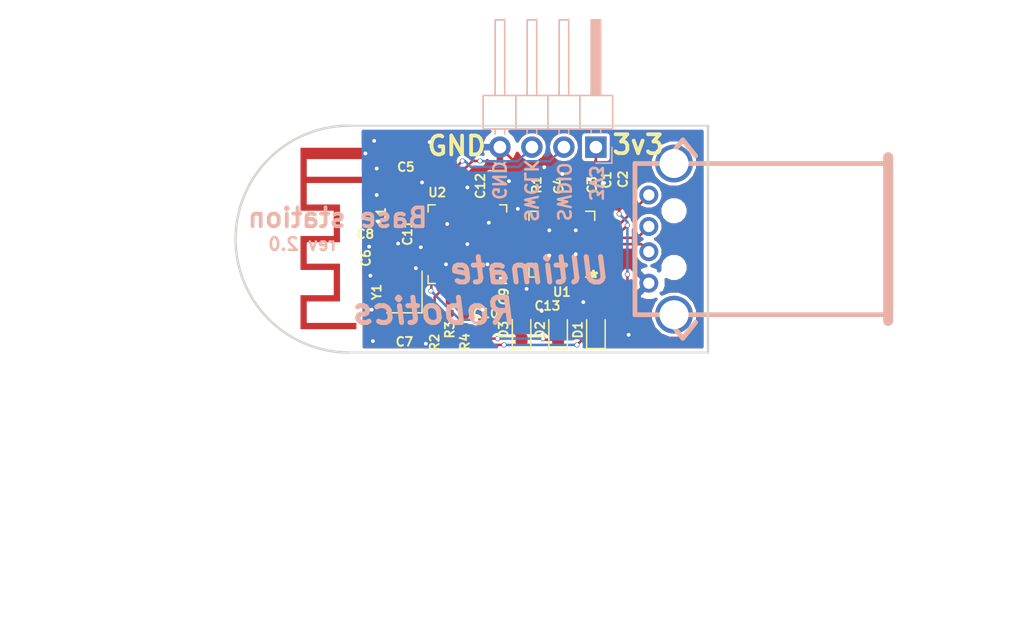
<source format=kicad_pcb>
(kicad_pcb (version 20171130) (host pcbnew 5.0.2-bee76a0~70~ubuntu18.04.1)

  (general
    (thickness 1.6)
    (drawings 15)
    (tracks 235)
    (zones 0)
    (modules 27)
    (nets 25)
  )

  (page A4)
  (layers
    (0 F.Cu signal)
    (31 B.Cu signal)
    (32 B.Adhes user hide)
    (33 F.Adhes user hide)
    (34 B.Paste user hide)
    (35 F.Paste user hide)
    (36 B.SilkS user)
    (37 F.SilkS user)
    (38 B.Mask user)
    (39 F.Mask user hide)
    (40 Dwgs.User user hide)
    (41 Cmts.User user hide)
    (42 Eco1.User user hide)
    (43 Eco2.User user hide)
    (44 Edge.Cuts user)
    (45 Margin user hide)
    (46 B.CrtYd user hide)
    (47 F.CrtYd user hide)
    (48 B.Fab user hide)
    (49 F.Fab user hide)
  )

  (setup
    (last_trace_width 0.2)
    (user_trace_width 0.2)
    (user_trace_width 0.4)
    (user_trace_width 0.6)
    (trace_clearance 0.17)
    (zone_clearance 0.25)
    (zone_45_only no)
    (trace_min 0.19)
    (segment_width 0.2)
    (edge_width 0.2)
    (via_size 0.4)
    (via_drill 0.3)
    (via_min_size 0.4)
    (via_min_drill 0.3)
    (user_via 0.4 0.3)
    (uvia_size 0.3)
    (uvia_drill 0.1)
    (uvias_allowed no)
    (uvia_min_size 0.2)
    (uvia_min_drill 0.1)
    (pcb_text_width 0.3)
    (pcb_text_size 1.5 1.5)
    (mod_edge_width 0.15)
    (mod_text_size 0.7 0.7)
    (mod_text_width 0.15)
    (pad_size 0.9 0.5)
    (pad_drill 0.3)
    (pad_to_mask_clearance 0.051)
    (solder_mask_min_width 0.25)
    (aux_axis_origin 0 0)
    (visible_elements FFFFEF7F)
    (pcbplotparams
      (layerselection 0x010fc_ffffffff)
      (usegerberextensions false)
      (usegerberattributes false)
      (usegerberadvancedattributes false)
      (creategerberjobfile false)
      (excludeedgelayer true)
      (linewidth 0.100000)
      (plotframeref false)
      (viasonmask false)
      (mode 1)
      (useauxorigin false)
      (hpglpennumber 1)
      (hpglpenspeed 20)
      (hpglpendiameter 15.000000)
      (psnegative false)
      (psa4output false)
      (plotreference true)
      (plotvalue true)
      (plotinvisibletext false)
      (padsonsilk false)
      (subtractmaskfromsilk false)
      (outputformat 1)
      (mirror false)
      (drillshape 0)
      (scaleselection 1)
      (outputdirectory "../../gerbers/inch/ultimate_base/"))
  )

  (net 0 "")
  (net 1 GND)
  (net 2 +3V3)
  (net 3 "Net-(AE1-Pad1)")
  (net 4 "Net-(C11-Pad1)")
  (net 5 "Net-(C13-Pad1)")
  (net 6 "Net-(D1-Pad1)")
  (net 7 SWDIO)
  (net 8 SWDCLK)
  (net 9 "Net-(R3-Pad2)")
  (net 10 "Net-(C3-Pad1)")
  (net 11 "Net-(D2-Pad1)")
  (net 12 "Net-(D3-Pad1)")
  (net 13 "Net-(J1-Pad2)")
  (net 14 "Net-(J1-Pad3)")
  (net 15 "Net-(R1-Pad1)")
  (net 16 CP_RX)
  (net 17 CP_TX)
  (net 18 "Net-(C6-Pad2)")
  (net 19 "Net-(C7-Pad2)")
  (net 20 "Net-(C8-Pad1)")
  (net 21 "Net-(C9-Pad1)")
  (net 22 "Net-(C10-Pad1)")
  (net 23 "Net-(R2-Pad2)")
  (net 24 "Net-(R4-Pad2)")

  (net_class Default "This is the default net class."
    (clearance 0.17)
    (trace_width 0.2)
    (via_dia 0.4)
    (via_drill 0.3)
    (uvia_dia 0.3)
    (uvia_drill 0.1)
    (add_net +3V3)
    (add_net CP_RX)
    (add_net CP_TX)
    (add_net GND)
    (add_net "Net-(AE1-Pad1)")
    (add_net "Net-(C10-Pad1)")
    (add_net "Net-(C11-Pad1)")
    (add_net "Net-(C13-Pad1)")
    (add_net "Net-(C3-Pad1)")
    (add_net "Net-(C6-Pad2)")
    (add_net "Net-(C7-Pad2)")
    (add_net "Net-(C8-Pad1)")
    (add_net "Net-(C9-Pad1)")
    (add_net "Net-(D1-Pad1)")
    (add_net "Net-(D2-Pad1)")
    (add_net "Net-(D3-Pad1)")
    (add_net "Net-(J1-Pad2)")
    (add_net "Net-(J1-Pad3)")
    (add_net "Net-(R1-Pad1)")
    (add_net "Net-(R2-Pad2)")
    (add_net "Net-(R3-Pad2)")
    (add_net "Net-(R4-Pad2)")
    (add_net SWDCLK)
    (add_net SWDIO)
  )

  (module Capacitor_SMD:C_0402_1005Metric (layer F.Cu) (tedit 5B301BBE) (tstamp 5CC65021)
    (at 142.2 96.985 90)
    (descr "Capacitor SMD 0402 (1005 Metric), square (rectangular) end terminal, IPC_7351 nominal, (Body size source: http://www.tortai-tech.com/upload/download/2011102023233369053.pdf), generated with kicad-footprint-generator")
    (tags capacitor)
    (path /5C9EE89E)
    (attr smd)
    (fp_text reference C1 (at 1.685 0.25 90) (layer F.SilkS)
      (effects (font (size 0.7 0.7) (thickness 0.15)))
    )
    (fp_text value 180nF (at 0 1.17 90) (layer F.Fab)
      (effects (font (size 1 1) (thickness 0.15)))
    )
    (fp_line (start -0.5 0.25) (end -0.5 -0.25) (layer F.Fab) (width 0.1))
    (fp_line (start -0.5 -0.25) (end 0.5 -0.25) (layer F.Fab) (width 0.1))
    (fp_line (start 0.5 -0.25) (end 0.5 0.25) (layer F.Fab) (width 0.1))
    (fp_line (start 0.5 0.25) (end -0.5 0.25) (layer F.Fab) (width 0.1))
    (fp_line (start -0.93 0.47) (end -0.93 -0.47) (layer F.CrtYd) (width 0.05))
    (fp_line (start -0.93 -0.47) (end 0.93 -0.47) (layer F.CrtYd) (width 0.05))
    (fp_line (start 0.93 -0.47) (end 0.93 0.47) (layer F.CrtYd) (width 0.05))
    (fp_line (start 0.93 0.47) (end -0.93 0.47) (layer F.CrtYd) (width 0.05))
    (fp_text user %R (at 0 0 90) (layer F.Fab)
      (effects (font (size 0.25 0.25) (thickness 0.04)))
    )
    (pad 1 smd roundrect (at -0.485 0 90) (size 0.59 0.64) (layers F.Cu F.Paste F.Mask) (roundrect_rratio 0.25)
      (net 2 +3V3))
    (pad 2 smd roundrect (at 0.485 0 90) (size 0.59 0.64) (layers F.Cu F.Paste F.Mask) (roundrect_rratio 0.25)
      (net 1 GND))
    (model ${KISYS3DMOD}/Capacitor_SMD.3dshapes/C_0402_1005Metric.wrl
      (at (xyz 0 0 0))
      (scale (xyz 1 1 1))
      (rotate (xyz 0 0 0))
    )
  )

  (module Capacitor_SMD:C_0402_1005Metric (layer F.Cu) (tedit 5B301BBE) (tstamp 5CC65030)
    (at 143.35 96.95 90)
    (descr "Capacitor SMD 0402 (1005 Metric), square (rectangular) end terminal, IPC_7351 nominal, (Body size source: http://www.tortai-tech.com/upload/download/2011102023233369053.pdf), generated with kicad-footprint-generator")
    (tags capacitor)
    (path /5C9EE941)
    (attr smd)
    (fp_text reference C2 (at 1.7 0.4 90) (layer F.SilkS)
      (effects (font (size 0.7 0.7) (thickness 0.15)))
    )
    (fp_text value 2.2uF (at 0 1.17 90) (layer F.Fab)
      (effects (font (size 1 1) (thickness 0.15)))
    )
    (fp_text user %R (at 0 0 90) (layer F.Fab)
      (effects (font (size 0.25 0.25) (thickness 0.04)))
    )
    (fp_line (start 0.93 0.47) (end -0.93 0.47) (layer F.CrtYd) (width 0.05))
    (fp_line (start 0.93 -0.47) (end 0.93 0.47) (layer F.CrtYd) (width 0.05))
    (fp_line (start -0.93 -0.47) (end 0.93 -0.47) (layer F.CrtYd) (width 0.05))
    (fp_line (start -0.93 0.47) (end -0.93 -0.47) (layer F.CrtYd) (width 0.05))
    (fp_line (start 0.5 0.25) (end -0.5 0.25) (layer F.Fab) (width 0.1))
    (fp_line (start 0.5 -0.25) (end 0.5 0.25) (layer F.Fab) (width 0.1))
    (fp_line (start -0.5 -0.25) (end 0.5 -0.25) (layer F.Fab) (width 0.1))
    (fp_line (start -0.5 0.25) (end -0.5 -0.25) (layer F.Fab) (width 0.1))
    (pad 2 smd roundrect (at 0.485 0 90) (size 0.59 0.64) (layers F.Cu F.Paste F.Mask) (roundrect_rratio 0.25)
      (net 1 GND))
    (pad 1 smd roundrect (at -0.485 0 90) (size 0.59 0.64) (layers F.Cu F.Paste F.Mask) (roundrect_rratio 0.25)
      (net 2 +3V3))
    (model ${KISYS3DMOD}/Capacitor_SMD.3dshapes/C_0402_1005Metric.wrl
      (at (xyz 0 0 0))
      (scale (xyz 1 1 1))
      (rotate (xyz 0 0 0))
    )
  )

  (module Capacitor_SMD:C_0402_1005Metric (layer F.Cu) (tedit 5B301BBE) (tstamp 5CC6503F)
    (at 140.4 95.685 90)
    (descr "Capacitor SMD 0402 (1005 Metric), square (rectangular) end terminal, IPC_7351 nominal, (Body size source: http://www.tortai-tech.com/upload/download/2011102023233369053.pdf), generated with kicad-footprint-generator")
    (tags capacitor)
    (path /5C9ED9AD)
    (attr smd)
    (fp_text reference C3 (at -0.015 0.9 90) (layer F.SilkS)
      (effects (font (size 0.7 0.7) (thickness 0.15)))
    )
    (fp_text value 180nF (at 0 1.17 90) (layer F.Fab)
      (effects (font (size 1 1) (thickness 0.15)))
    )
    (fp_text user %R (at 0 0 90) (layer F.Fab)
      (effects (font (size 0.25 0.25) (thickness 0.04)))
    )
    (fp_line (start 0.93 0.47) (end -0.93 0.47) (layer F.CrtYd) (width 0.05))
    (fp_line (start 0.93 -0.47) (end 0.93 0.47) (layer F.CrtYd) (width 0.05))
    (fp_line (start -0.93 -0.47) (end 0.93 -0.47) (layer F.CrtYd) (width 0.05))
    (fp_line (start -0.93 0.47) (end -0.93 -0.47) (layer F.CrtYd) (width 0.05))
    (fp_line (start 0.5 0.25) (end -0.5 0.25) (layer F.Fab) (width 0.1))
    (fp_line (start 0.5 -0.25) (end 0.5 0.25) (layer F.Fab) (width 0.1))
    (fp_line (start -0.5 -0.25) (end 0.5 -0.25) (layer F.Fab) (width 0.1))
    (fp_line (start -0.5 0.25) (end -0.5 -0.25) (layer F.Fab) (width 0.1))
    (pad 2 smd roundrect (at 0.485 0 90) (size 0.59 0.64) (layers F.Cu F.Paste F.Mask) (roundrect_rratio 0.25)
      (net 1 GND))
    (pad 1 smd roundrect (at -0.485 0 90) (size 0.59 0.64) (layers F.Cu F.Paste F.Mask) (roundrect_rratio 0.25)
      (net 10 "Net-(C3-Pad1)"))
    (model ${KISYS3DMOD}/Capacitor_SMD.3dshapes/C_0402_1005Metric.wrl
      (at (xyz 0 0 0))
      (scale (xyz 1 1 1))
      (rotate (xyz 0 0 0))
    )
  )

  (module Capacitor_SMD:C_0402_1005Metric (layer F.Cu) (tedit 5B301BBE) (tstamp 5CC6504E)
    (at 139.4 95.685 90)
    (descr "Capacitor SMD 0402 (1005 Metric), square (rectangular) end terminal, IPC_7351 nominal, (Body size source: http://www.tortai-tech.com/upload/download/2011102023233369053.pdf), generated with kicad-footprint-generator")
    (tags capacitor)
    (path /5C9ED929)
    (attr smd)
    (fp_text reference C4 (at -0.065 -0.75 90) (layer F.SilkS)
      (effects (font (size 0.7 0.7) (thickness 0.15)))
    )
    (fp_text value 1uF (at 0 1.17 90) (layer F.Fab)
      (effects (font (size 1 1) (thickness 0.15)))
    )
    (fp_line (start -0.5 0.25) (end -0.5 -0.25) (layer F.Fab) (width 0.1))
    (fp_line (start -0.5 -0.25) (end 0.5 -0.25) (layer F.Fab) (width 0.1))
    (fp_line (start 0.5 -0.25) (end 0.5 0.25) (layer F.Fab) (width 0.1))
    (fp_line (start 0.5 0.25) (end -0.5 0.25) (layer F.Fab) (width 0.1))
    (fp_line (start -0.93 0.47) (end -0.93 -0.47) (layer F.CrtYd) (width 0.05))
    (fp_line (start -0.93 -0.47) (end 0.93 -0.47) (layer F.CrtYd) (width 0.05))
    (fp_line (start 0.93 -0.47) (end 0.93 0.47) (layer F.CrtYd) (width 0.05))
    (fp_line (start 0.93 0.47) (end -0.93 0.47) (layer F.CrtYd) (width 0.05))
    (fp_text user %R (at 0 0 90) (layer F.Fab)
      (effects (font (size 0.25 0.25) (thickness 0.04)))
    )
    (pad 1 smd roundrect (at -0.485 0 90) (size 0.59 0.64) (layers F.Cu F.Paste F.Mask) (roundrect_rratio 0.25)
      (net 10 "Net-(C3-Pad1)"))
    (pad 2 smd roundrect (at 0.485 0 90) (size 0.59 0.64) (layers F.Cu F.Paste F.Mask) (roundrect_rratio 0.25)
      (net 1 GND))
    (model ${KISYS3DMOD}/Capacitor_SMD.3dshapes/C_0402_1005Metric.wrl
      (at (xyz 0 0 0))
      (scale (xyz 1 1 1))
      (rotate (xyz 0 0 0))
    )
  )

  (module Capacitor_SMD:C_0402_1005Metric (layer F.Cu) (tedit 5B301BBE) (tstamp 5CC6505D)
    (at 126.515 95.45)
    (descr "Capacitor SMD 0402 (1005 Metric), square (rectangular) end terminal, IPC_7351 nominal, (Body size source: http://www.tortai-tech.com/upload/download/2011102023233369053.pdf), generated with kicad-footprint-generator")
    (tags capacitor)
    (path /5C04573D)
    (attr smd)
    (fp_text reference C5 (at 0 -1.17) (layer F.SilkS)
      (effects (font (size 0.7 0.7) (thickness 0.15)))
    )
    (fp_text value N.C. (at 0 1.17) (layer F.Fab)
      (effects (font (size 1 1) (thickness 0.15)))
    )
    (fp_line (start -0.5 0.25) (end -0.5 -0.25) (layer F.Fab) (width 0.1))
    (fp_line (start -0.5 -0.25) (end 0.5 -0.25) (layer F.Fab) (width 0.1))
    (fp_line (start 0.5 -0.25) (end 0.5 0.25) (layer F.Fab) (width 0.1))
    (fp_line (start 0.5 0.25) (end -0.5 0.25) (layer F.Fab) (width 0.1))
    (fp_line (start -0.93 0.47) (end -0.93 -0.47) (layer F.CrtYd) (width 0.05))
    (fp_line (start -0.93 -0.47) (end 0.93 -0.47) (layer F.CrtYd) (width 0.05))
    (fp_line (start 0.93 -0.47) (end 0.93 0.47) (layer F.CrtYd) (width 0.05))
    (fp_line (start 0.93 0.47) (end -0.93 0.47) (layer F.CrtYd) (width 0.05))
    (fp_text user %R (at 0 0) (layer F.Fab)
      (effects (font (size 0.25 0.25) (thickness 0.04)))
    )
    (pad 1 smd roundrect (at -0.485 0) (size 0.59 0.64) (layers F.Cu F.Paste F.Mask) (roundrect_rratio 0.25)
      (net 3 "Net-(AE1-Pad1)"))
    (pad 2 smd roundrect (at 0.485 0) (size 0.59 0.64) (layers F.Cu F.Paste F.Mask) (roundrect_rratio 0.25)
      (net 1 GND))
    (model ${KISYS3DMOD}/Capacitor_SMD.3dshapes/C_0402_1005Metric.wrl
      (at (xyz 0 0 0))
      (scale (xyz 1 1 1))
      (rotate (xyz 0 0 0))
    )
  )

  (module Capacitor_SMD:C_0402_1005Metric (layer F.Cu) (tedit 5B301BBE) (tstamp 5CC6506C)
    (at 124.6 101.515 270)
    (descr "Capacitor SMD 0402 (1005 Metric), square (rectangular) end terminal, IPC_7351 nominal, (Body size source: http://www.tortai-tech.com/upload/download/2011102023233369053.pdf), generated with kicad-footprint-generator")
    (tags capacitor)
    (path /5C043006)
    (attr smd)
    (fp_text reference C6 (at -0.015 1.25 270) (layer F.SilkS)
      (effects (font (size 0.7 0.7) (thickness 0.15)))
    )
    (fp_text value 12p (at 0 1.17 270) (layer F.Fab)
      (effects (font (size 1 1) (thickness 0.15)))
    )
    (fp_text user %R (at 0 0 270) (layer F.Fab)
      (effects (font (size 0.25 0.25) (thickness 0.04)))
    )
    (fp_line (start 0.93 0.47) (end -0.93 0.47) (layer F.CrtYd) (width 0.05))
    (fp_line (start 0.93 -0.47) (end 0.93 0.47) (layer F.CrtYd) (width 0.05))
    (fp_line (start -0.93 -0.47) (end 0.93 -0.47) (layer F.CrtYd) (width 0.05))
    (fp_line (start -0.93 0.47) (end -0.93 -0.47) (layer F.CrtYd) (width 0.05))
    (fp_line (start 0.5 0.25) (end -0.5 0.25) (layer F.Fab) (width 0.1))
    (fp_line (start 0.5 -0.25) (end 0.5 0.25) (layer F.Fab) (width 0.1))
    (fp_line (start -0.5 -0.25) (end 0.5 -0.25) (layer F.Fab) (width 0.1))
    (fp_line (start -0.5 0.25) (end -0.5 -0.25) (layer F.Fab) (width 0.1))
    (pad 2 smd roundrect (at 0.485 0 270) (size 0.59 0.64) (layers F.Cu F.Paste F.Mask) (roundrect_rratio 0.25)
      (net 18 "Net-(C6-Pad2)"))
    (pad 1 smd roundrect (at -0.485 0 270) (size 0.59 0.64) (layers F.Cu F.Paste F.Mask) (roundrect_rratio 0.25)
      (net 1 GND))
    (model ${KISYS3DMOD}/Capacitor_SMD.3dshapes/C_0402_1005Metric.wrl
      (at (xyz 0 0 0))
      (scale (xyz 1 1 1))
      (rotate (xyz 0 0 0))
    )
  )

  (module Capacitor_SMD:C_0402_1005Metric (layer F.Cu) (tedit 5B301BBE) (tstamp 5CC6507B)
    (at 126.315 106.9)
    (descr "Capacitor SMD 0402 (1005 Metric), square (rectangular) end terminal, IPC_7351 nominal, (Body size source: http://www.tortai-tech.com/upload/download/2011102023233369053.pdf), generated with kicad-footprint-generator")
    (tags capacitor)
    (path /5C043209)
    (attr smd)
    (fp_text reference C7 (at 0.085 1.25) (layer F.SilkS)
      (effects (font (size 0.7 0.7) (thickness 0.15)))
    )
    (fp_text value 12p (at 0 1.17) (layer F.Fab)
      (effects (font (size 1 1) (thickness 0.15)))
    )
    (fp_line (start -0.5 0.25) (end -0.5 -0.25) (layer F.Fab) (width 0.1))
    (fp_line (start -0.5 -0.25) (end 0.5 -0.25) (layer F.Fab) (width 0.1))
    (fp_line (start 0.5 -0.25) (end 0.5 0.25) (layer F.Fab) (width 0.1))
    (fp_line (start 0.5 0.25) (end -0.5 0.25) (layer F.Fab) (width 0.1))
    (fp_line (start -0.93 0.47) (end -0.93 -0.47) (layer F.CrtYd) (width 0.05))
    (fp_line (start -0.93 -0.47) (end 0.93 -0.47) (layer F.CrtYd) (width 0.05))
    (fp_line (start 0.93 -0.47) (end 0.93 0.47) (layer F.CrtYd) (width 0.05))
    (fp_line (start 0.93 0.47) (end -0.93 0.47) (layer F.CrtYd) (width 0.05))
    (fp_text user %R (at 0 0) (layer F.Fab)
      (effects (font (size 0.25 0.25) (thickness 0.04)))
    )
    (pad 1 smd roundrect (at -0.485 0) (size 0.59 0.64) (layers F.Cu F.Paste F.Mask) (roundrect_rratio 0.25)
      (net 1 GND))
    (pad 2 smd roundrect (at 0.485 0) (size 0.59 0.64) (layers F.Cu F.Paste F.Mask) (roundrect_rratio 0.25)
      (net 19 "Net-(C7-Pad2)"))
    (model ${KISYS3DMOD}/Capacitor_SMD.3dshapes/C_0402_1005Metric.wrl
      (at (xyz 0 0 0))
      (scale (xyz 1 1 1))
      (rotate (xyz 0 0 0))
    )
  )

  (module Capacitor_SMD:C_0402_1005Metric (layer F.Cu) (tedit 5B301BBE) (tstamp 5CC6508A)
    (at 125.1 99.6 180)
    (descr "Capacitor SMD 0402 (1005 Metric), square (rectangular) end terminal, IPC_7351 nominal, (Body size source: http://www.tortai-tech.com/upload/download/2011102023233369053.pdf), generated with kicad-footprint-generator")
    (tags capacitor)
    (path /5C04565D)
    (attr smd)
    (fp_text reference C8 (at 1.8 0 180) (layer F.SilkS)
      (effects (font (size 0.7 0.7) (thickness 0.15)))
    )
    (fp_text value "0.8 pF" (at 0 1.17 180) (layer F.Fab)
      (effects (font (size 1 1) (thickness 0.15)))
    )
    (fp_text user %R (at 0 0 180) (layer F.Fab)
      (effects (font (size 0.25 0.25) (thickness 0.04)))
    )
    (fp_line (start 0.93 0.47) (end -0.93 0.47) (layer F.CrtYd) (width 0.05))
    (fp_line (start 0.93 -0.47) (end 0.93 0.47) (layer F.CrtYd) (width 0.05))
    (fp_line (start -0.93 -0.47) (end 0.93 -0.47) (layer F.CrtYd) (width 0.05))
    (fp_line (start -0.93 0.47) (end -0.93 -0.47) (layer F.CrtYd) (width 0.05))
    (fp_line (start 0.5 0.25) (end -0.5 0.25) (layer F.Fab) (width 0.1))
    (fp_line (start 0.5 -0.25) (end 0.5 0.25) (layer F.Fab) (width 0.1))
    (fp_line (start -0.5 -0.25) (end 0.5 -0.25) (layer F.Fab) (width 0.1))
    (fp_line (start -0.5 0.25) (end -0.5 -0.25) (layer F.Fab) (width 0.1))
    (pad 2 smd roundrect (at 0.485 0 180) (size 0.59 0.64) (layers F.Cu F.Paste F.Mask) (roundrect_rratio 0.25)
      (net 1 GND))
    (pad 1 smd roundrect (at -0.485 0 180) (size 0.59 0.64) (layers F.Cu F.Paste F.Mask) (roundrect_rratio 0.25)
      (net 20 "Net-(C8-Pad1)"))
    (model ${KISYS3DMOD}/Capacitor_SMD.3dshapes/C_0402_1005Metric.wrl
      (at (xyz 0 0 0))
      (scale (xyz 1 1 1))
      (rotate (xyz 0 0 0))
    )
  )

  (module Capacitor_SMD:C_0402_1005Metric (layer F.Cu) (tedit 5B301BBE) (tstamp 5CC65099)
    (at 135.2 103.485 270)
    (descr "Capacitor SMD 0402 (1005 Metric), square (rectangular) end terminal, IPC_7351 nominal, (Body size source: http://www.tortai-tech.com/upload/download/2011102023233369053.pdf), generated with kicad-footprint-generator")
    (tags capacitor)
    (path /5C042A1B)
    (attr smd)
    (fp_text reference C9 (at 1.065 0.9 270) (layer F.SilkS)
      (effects (font (size 0.7 0.7) (thickness 0.15)))
    )
    (fp_text value 100n (at 0 1.17 270) (layer F.Fab)
      (effects (font (size 1 1) (thickness 0.15)))
    )
    (fp_line (start -0.5 0.25) (end -0.5 -0.25) (layer F.Fab) (width 0.1))
    (fp_line (start -0.5 -0.25) (end 0.5 -0.25) (layer F.Fab) (width 0.1))
    (fp_line (start 0.5 -0.25) (end 0.5 0.25) (layer F.Fab) (width 0.1))
    (fp_line (start 0.5 0.25) (end -0.5 0.25) (layer F.Fab) (width 0.1))
    (fp_line (start -0.93 0.47) (end -0.93 -0.47) (layer F.CrtYd) (width 0.05))
    (fp_line (start -0.93 -0.47) (end 0.93 -0.47) (layer F.CrtYd) (width 0.05))
    (fp_line (start 0.93 -0.47) (end 0.93 0.47) (layer F.CrtYd) (width 0.05))
    (fp_line (start 0.93 0.47) (end -0.93 0.47) (layer F.CrtYd) (width 0.05))
    (fp_text user %R (at 0 0 270) (layer F.Fab)
      (effects (font (size 0.25 0.25) (thickness 0.04)))
    )
    (pad 1 smd roundrect (at -0.485 0 270) (size 0.59 0.64) (layers F.Cu F.Paste F.Mask) (roundrect_rratio 0.25)
      (net 21 "Net-(C9-Pad1)"))
    (pad 2 smd roundrect (at 0.485 0 270) (size 0.59 0.64) (layers F.Cu F.Paste F.Mask) (roundrect_rratio 0.25)
      (net 1 GND))
    (model ${KISYS3DMOD}/Capacitor_SMD.3dshapes/C_0402_1005Metric.wrl
      (at (xyz 0 0 0))
      (scale (xyz 1 1 1))
      (rotate (xyz 0 0 0))
    )
  )

  (module Capacitor_SMD:C_0402_1005Metric (layer F.Cu) (tedit 5B301BBE) (tstamp 5CC650A8)
    (at 132.685 104.8 180)
    (descr "Capacitor SMD 0402 (1005 Metric), square (rectangular) end terminal, IPC_7351 nominal, (Body size source: http://www.tortai-tech.com/upload/download/2011102023233369053.pdf), generated with kicad-footprint-generator")
    (tags capacitor)
    (path /5C0427B6)
    (attr smd)
    (fp_text reference C10 (at -0.165 -1.1 180) (layer F.SilkS)
      (effects (font (size 0.7 0.7) (thickness 0.15)))
    )
    (fp_text value "1 uF" (at 0 1.17 180) (layer F.Fab)
      (effects (font (size 1 1) (thickness 0.15)))
    )
    (fp_line (start -0.5 0.25) (end -0.5 -0.25) (layer F.Fab) (width 0.1))
    (fp_line (start -0.5 -0.25) (end 0.5 -0.25) (layer F.Fab) (width 0.1))
    (fp_line (start 0.5 -0.25) (end 0.5 0.25) (layer F.Fab) (width 0.1))
    (fp_line (start 0.5 0.25) (end -0.5 0.25) (layer F.Fab) (width 0.1))
    (fp_line (start -0.93 0.47) (end -0.93 -0.47) (layer F.CrtYd) (width 0.05))
    (fp_line (start -0.93 -0.47) (end 0.93 -0.47) (layer F.CrtYd) (width 0.05))
    (fp_line (start 0.93 -0.47) (end 0.93 0.47) (layer F.CrtYd) (width 0.05))
    (fp_line (start 0.93 0.47) (end -0.93 0.47) (layer F.CrtYd) (width 0.05))
    (fp_text user %R (at 0 0 180) (layer F.Fab)
      (effects (font (size 0.25 0.25) (thickness 0.04)))
    )
    (pad 1 smd roundrect (at -0.485 0 180) (size 0.59 0.64) (layers F.Cu F.Paste F.Mask) (roundrect_rratio 0.25)
      (net 22 "Net-(C10-Pad1)"))
    (pad 2 smd roundrect (at 0.485 0 180) (size 0.59 0.64) (layers F.Cu F.Paste F.Mask) (roundrect_rratio 0.25)
      (net 1 GND))
    (model ${KISYS3DMOD}/Capacitor_SMD.3dshapes/C_0402_1005Metric.wrl
      (at (xyz 0 0 0))
      (scale (xyz 1 1 1))
      (rotate (xyz 0 0 0))
    )
  )

  (module Capacitor_SMD:C_0402_1005Metric (layer F.Cu) (tedit 5B301BBE) (tstamp 5CC650B7)
    (at 126.515 101.1 180)
    (descr "Capacitor SMD 0402 (1005 Metric), square (rectangular) end terminal, IPC_7351 nominal, (Body size source: http://www.tortai-tech.com/upload/download/2011102023233369053.pdf), generated with kicad-footprint-generator")
    (tags capacitor)
    (path /5C042928)
    (attr smd)
    (fp_text reference C11 (at -0.135 1.6 270) (layer F.SilkS)
      (effects (font (size 0.7 0.7) (thickness 0.15)))
    )
    (fp_text value 100p (at 0 1.17 180) (layer F.Fab)
      (effects (font (size 1 1) (thickness 0.15)))
    )
    (fp_text user %R (at 0 0 180) (layer F.Fab)
      (effects (font (size 0.25 0.25) (thickness 0.04)))
    )
    (fp_line (start 0.93 0.47) (end -0.93 0.47) (layer F.CrtYd) (width 0.05))
    (fp_line (start 0.93 -0.47) (end 0.93 0.47) (layer F.CrtYd) (width 0.05))
    (fp_line (start -0.93 -0.47) (end 0.93 -0.47) (layer F.CrtYd) (width 0.05))
    (fp_line (start -0.93 0.47) (end -0.93 -0.47) (layer F.CrtYd) (width 0.05))
    (fp_line (start 0.5 0.25) (end -0.5 0.25) (layer F.Fab) (width 0.1))
    (fp_line (start 0.5 -0.25) (end 0.5 0.25) (layer F.Fab) (width 0.1))
    (fp_line (start -0.5 -0.25) (end 0.5 -0.25) (layer F.Fab) (width 0.1))
    (fp_line (start -0.5 0.25) (end -0.5 -0.25) (layer F.Fab) (width 0.1))
    (pad 2 smd roundrect (at 0.485 0 180) (size 0.59 0.64) (layers F.Cu F.Paste F.Mask) (roundrect_rratio 0.25)
      (net 1 GND))
    (pad 1 smd roundrect (at -0.485 0 180) (size 0.59 0.64) (layers F.Cu F.Paste F.Mask) (roundrect_rratio 0.25)
      (net 4 "Net-(C11-Pad1)"))
    (model ${KISYS3DMOD}/Capacitor_SMD.3dshapes/C_0402_1005Metric.wrl
      (at (xyz 0 0 0))
      (scale (xyz 1 1 1))
      (rotate (xyz 0 0 0))
    )
  )

  (module Capacitor_SMD:C_0402_1005Metric (layer F.Cu) (tedit 5B301BBE) (tstamp 5CC650C6)
    (at 133.6 95.785 90)
    (descr "Capacitor SMD 0402 (1005 Metric), square (rectangular) end terminal, IPC_7351 nominal, (Body size source: http://www.tortai-tech.com/upload/download/2011102023233369053.pdf), generated with kicad-footprint-generator")
    (tags capacitor)
    (path /5C042958)
    (attr smd)
    (fp_text reference C12 (at 0 -1.17 90) (layer F.SilkS)
      (effects (font (size 0.7 0.7) (thickness 0.15)))
    )
    (fp_text value 100n (at 0 1.17 90) (layer F.Fab)
      (effects (font (size 1 1) (thickness 0.15)))
    )
    (fp_line (start -0.5 0.25) (end -0.5 -0.25) (layer F.Fab) (width 0.1))
    (fp_line (start -0.5 -0.25) (end 0.5 -0.25) (layer F.Fab) (width 0.1))
    (fp_line (start 0.5 -0.25) (end 0.5 0.25) (layer F.Fab) (width 0.1))
    (fp_line (start 0.5 0.25) (end -0.5 0.25) (layer F.Fab) (width 0.1))
    (fp_line (start -0.93 0.47) (end -0.93 -0.47) (layer F.CrtYd) (width 0.05))
    (fp_line (start -0.93 -0.47) (end 0.93 -0.47) (layer F.CrtYd) (width 0.05))
    (fp_line (start 0.93 -0.47) (end 0.93 0.47) (layer F.CrtYd) (width 0.05))
    (fp_line (start 0.93 0.47) (end -0.93 0.47) (layer F.CrtYd) (width 0.05))
    (fp_text user %R (at 0 0 90) (layer F.Fab)
      (effects (font (size 0.25 0.25) (thickness 0.04)))
    )
    (pad 1 smd roundrect (at -0.485 0 90) (size 0.59 0.64) (layers F.Cu F.Paste F.Mask) (roundrect_rratio 0.25)
      (net 2 +3V3))
    (pad 2 smd roundrect (at 0.485 0 90) (size 0.59 0.64) (layers F.Cu F.Paste F.Mask) (roundrect_rratio 0.25)
      (net 1 GND))
    (model ${KISYS3DMOD}/Capacitor_SMD.3dshapes/C_0402_1005Metric.wrl
      (at (xyz 0 0 0))
      (scale (xyz 1 1 1))
      (rotate (xyz 0 0 0))
    )
  )

  (module Capacitor_SMD:C_0402_1005Metric (layer F.Cu) (tedit 5B301BBE) (tstamp 5CC650D5)
    (at 135.715 105.3)
    (descr "Capacitor SMD 0402 (1005 Metric), square (rectangular) end terminal, IPC_7351 nominal, (Body size source: http://www.tortai-tech.com/upload/download/2011102023233369053.pdf), generated with kicad-footprint-generator")
    (tags capacitor)
    (path /5C042980)
    (attr smd)
    (fp_text reference C13 (at 2.035 0) (layer F.SilkS)
      (effects (font (size 0.7 0.7) (thickness 0.15)))
    )
    (fp_text value 100n (at 0 1.17) (layer F.Fab)
      (effects (font (size 1 1) (thickness 0.15)))
    )
    (fp_text user %R (at 0 0) (layer F.Fab)
      (effects (font (size 0.25 0.25) (thickness 0.04)))
    )
    (fp_line (start 0.93 0.47) (end -0.93 0.47) (layer F.CrtYd) (width 0.05))
    (fp_line (start 0.93 -0.47) (end 0.93 0.47) (layer F.CrtYd) (width 0.05))
    (fp_line (start -0.93 -0.47) (end 0.93 -0.47) (layer F.CrtYd) (width 0.05))
    (fp_line (start -0.93 0.47) (end -0.93 -0.47) (layer F.CrtYd) (width 0.05))
    (fp_line (start 0.5 0.25) (end -0.5 0.25) (layer F.Fab) (width 0.1))
    (fp_line (start 0.5 -0.25) (end 0.5 0.25) (layer F.Fab) (width 0.1))
    (fp_line (start -0.5 -0.25) (end 0.5 -0.25) (layer F.Fab) (width 0.1))
    (fp_line (start -0.5 0.25) (end -0.5 -0.25) (layer F.Fab) (width 0.1))
    (pad 2 smd roundrect (at 0.485 0) (size 0.59 0.64) (layers F.Cu F.Paste F.Mask) (roundrect_rratio 0.25)
      (net 1 GND))
    (pad 1 smd roundrect (at -0.485 0) (size 0.59 0.64) (layers F.Cu F.Paste F.Mask) (roundrect_rratio 0.25)
      (net 5 "Net-(C13-Pad1)"))
    (model ${KISYS3DMOD}/Capacitor_SMD.3dshapes/C_0402_1005Metric.wrl
      (at (xyz 0 0 0))
      (scale (xyz 1 1 1))
      (rotate (xyz 0 0 0))
    )
  )

  (module LED_SMD:LED_0603_1608Metric (layer F.Cu) (tedit 5B301BBE) (tstamp 5CC650E8)
    (at 141.6 107.2 90)
    (descr "LED SMD 0603 (1608 Metric), square (rectangular) end terminal, IPC_7351 nominal, (Body size source: http://www.tortai-tech.com/upload/download/2011102023233369053.pdf), generated with kicad-footprint-generator")
    (tags diode)
    (path /5C9F12F8)
    (attr smd)
    (fp_text reference D1 (at 0 -1.43 90) (layer F.SilkS)
      (effects (font (size 0.7 0.7) (thickness 0.15)))
    )
    (fp_text value LED (at 0 1.43 90) (layer F.Fab)
      (effects (font (size 1 1) (thickness 0.15)))
    )
    (fp_line (start 0.8 -0.4) (end -0.5 -0.4) (layer F.Fab) (width 0.1))
    (fp_line (start -0.5 -0.4) (end -0.8 -0.1) (layer F.Fab) (width 0.1))
    (fp_line (start -0.8 -0.1) (end -0.8 0.4) (layer F.Fab) (width 0.1))
    (fp_line (start -0.8 0.4) (end 0.8 0.4) (layer F.Fab) (width 0.1))
    (fp_line (start 0.8 0.4) (end 0.8 -0.4) (layer F.Fab) (width 0.1))
    (fp_line (start 0.8 -0.735) (end -1.485 -0.735) (layer F.SilkS) (width 0.12))
    (fp_line (start -1.485 -0.735) (end -1.485 0.735) (layer F.SilkS) (width 0.12))
    (fp_line (start -1.485 0.735) (end 0.8 0.735) (layer F.SilkS) (width 0.12))
    (fp_line (start -1.48 0.73) (end -1.48 -0.73) (layer F.CrtYd) (width 0.05))
    (fp_line (start -1.48 -0.73) (end 1.48 -0.73) (layer F.CrtYd) (width 0.05))
    (fp_line (start 1.48 -0.73) (end 1.48 0.73) (layer F.CrtYd) (width 0.05))
    (fp_line (start 1.48 0.73) (end -1.48 0.73) (layer F.CrtYd) (width 0.05))
    (fp_text user %R (at 0 0 90) (layer F.Fab)
      (effects (font (size 0.4 0.4) (thickness 0.06)))
    )
    (pad 1 smd roundrect (at -0.7875 0 90) (size 0.875 0.95) (layers F.Cu F.Paste F.Mask) (roundrect_rratio 0.25)
      (net 6 "Net-(D1-Pad1)"))
    (pad 2 smd roundrect (at 0.7875 0 90) (size 0.875 0.95) (layers F.Cu F.Paste F.Mask) (roundrect_rratio 0.25)
      (net 2 +3V3))
    (model ${KISYS3DMOD}/LED_SMD.3dshapes/LED_0603_1608Metric.wrl
      (at (xyz 0 0 0))
      (scale (xyz 1 1 1))
      (rotate (xyz 0 0 0))
    )
  )

  (module LED_SMD:LED_0603_1608Metric (layer F.Cu) (tedit 5B301BBE) (tstamp 5CC650FB)
    (at 138.6 107.2 90)
    (descr "LED SMD 0603 (1608 Metric), square (rectangular) end terminal, IPC_7351 nominal, (Body size source: http://www.tortai-tech.com/upload/download/2011102023233369053.pdf), generated with kicad-footprint-generator")
    (tags diode)
    (path /5C9F1358)
    (attr smd)
    (fp_text reference D2 (at 0 -1.43 90) (layer F.SilkS)
      (effects (font (size 0.7 0.7) (thickness 0.15)))
    )
    (fp_text value LED (at 0 1.43 90) (layer F.Fab)
      (effects (font (size 1 1) (thickness 0.15)))
    )
    (fp_text user %R (at 0 0 90) (layer F.Fab)
      (effects (font (size 0.4 0.4) (thickness 0.06)))
    )
    (fp_line (start 1.48 0.73) (end -1.48 0.73) (layer F.CrtYd) (width 0.05))
    (fp_line (start 1.48 -0.73) (end 1.48 0.73) (layer F.CrtYd) (width 0.05))
    (fp_line (start -1.48 -0.73) (end 1.48 -0.73) (layer F.CrtYd) (width 0.05))
    (fp_line (start -1.48 0.73) (end -1.48 -0.73) (layer F.CrtYd) (width 0.05))
    (fp_line (start -1.485 0.735) (end 0.8 0.735) (layer F.SilkS) (width 0.12))
    (fp_line (start -1.485 -0.735) (end -1.485 0.735) (layer F.SilkS) (width 0.12))
    (fp_line (start 0.8 -0.735) (end -1.485 -0.735) (layer F.SilkS) (width 0.12))
    (fp_line (start 0.8 0.4) (end 0.8 -0.4) (layer F.Fab) (width 0.1))
    (fp_line (start -0.8 0.4) (end 0.8 0.4) (layer F.Fab) (width 0.1))
    (fp_line (start -0.8 -0.1) (end -0.8 0.4) (layer F.Fab) (width 0.1))
    (fp_line (start -0.5 -0.4) (end -0.8 -0.1) (layer F.Fab) (width 0.1))
    (fp_line (start 0.8 -0.4) (end -0.5 -0.4) (layer F.Fab) (width 0.1))
    (pad 2 smd roundrect (at 0.7875 0 90) (size 0.875 0.95) (layers F.Cu F.Paste F.Mask) (roundrect_rratio 0.25)
      (net 2 +3V3))
    (pad 1 smd roundrect (at -0.7875 0 90) (size 0.875 0.95) (layers F.Cu F.Paste F.Mask) (roundrect_rratio 0.25)
      (net 11 "Net-(D2-Pad1)"))
    (model ${KISYS3DMOD}/LED_SMD.3dshapes/LED_0603_1608Metric.wrl
      (at (xyz 0 0 0))
      (scale (xyz 1 1 1))
      (rotate (xyz 0 0 0))
    )
  )

  (module LED_SMD:LED_0603_1608Metric (layer F.Cu) (tedit 5B301BBE) (tstamp 5CC6510E)
    (at 135.7 107.1875 90)
    (descr "LED SMD 0603 (1608 Metric), square (rectangular) end terminal, IPC_7351 nominal, (Body size source: http://www.tortai-tech.com/upload/download/2011102023233369053.pdf), generated with kicad-footprint-generator")
    (tags diode)
    (path /5C9F139E)
    (attr smd)
    (fp_text reference D3 (at 0 -1.43 90) (layer F.SilkS)
      (effects (font (size 0.7 0.7) (thickness 0.15)))
    )
    (fp_text value LED (at 0 1.43 90) (layer F.Fab)
      (effects (font (size 1 1) (thickness 0.15)))
    )
    (fp_line (start 0.8 -0.4) (end -0.5 -0.4) (layer F.Fab) (width 0.1))
    (fp_line (start -0.5 -0.4) (end -0.8 -0.1) (layer F.Fab) (width 0.1))
    (fp_line (start -0.8 -0.1) (end -0.8 0.4) (layer F.Fab) (width 0.1))
    (fp_line (start -0.8 0.4) (end 0.8 0.4) (layer F.Fab) (width 0.1))
    (fp_line (start 0.8 0.4) (end 0.8 -0.4) (layer F.Fab) (width 0.1))
    (fp_line (start 0.8 -0.735) (end -1.485 -0.735) (layer F.SilkS) (width 0.12))
    (fp_line (start -1.485 -0.735) (end -1.485 0.735) (layer F.SilkS) (width 0.12))
    (fp_line (start -1.485 0.735) (end 0.8 0.735) (layer F.SilkS) (width 0.12))
    (fp_line (start -1.48 0.73) (end -1.48 -0.73) (layer F.CrtYd) (width 0.05))
    (fp_line (start -1.48 -0.73) (end 1.48 -0.73) (layer F.CrtYd) (width 0.05))
    (fp_line (start 1.48 -0.73) (end 1.48 0.73) (layer F.CrtYd) (width 0.05))
    (fp_line (start 1.48 0.73) (end -1.48 0.73) (layer F.CrtYd) (width 0.05))
    (fp_text user %R (at 0 0 90) (layer F.Fab)
      (effects (font (size 0.4 0.4) (thickness 0.06)))
    )
    (pad 1 smd roundrect (at -0.7875 0 90) (size 0.875 0.95) (layers F.Cu F.Paste F.Mask) (roundrect_rratio 0.25)
      (net 12 "Net-(D3-Pad1)"))
    (pad 2 smd roundrect (at 0.7875 0 90) (size 0.875 0.95) (layers F.Cu F.Paste F.Mask) (roundrect_rratio 0.25)
      (net 2 +3V3))
    (model ${KISYS3DMOD}/LED_SMD.3dshapes/LED_0603_1608Metric.wrl
      (at (xyz 0 0 0))
      (scale (xyz 1 1 1))
      (rotate (xyz 0 0 0))
    )
  )

  (module ultimate_library:conn_usb_A_china (layer B.Cu) (tedit 5C988A16) (tstamp 5CC69D0B)
    (at 151.8 100 270)
    (descr "USB A-type receptacle, Tyco P/N 292303-3")
    (path /5C9EB079)
    (fp_text reference J1 (at 0 -15 270) (layer Cmts.User)
      (effects (font (size 0.7 0.7) (thickness 0.15)))
    )
    (fp_text value USB_A (at -10.55 -3 270) (layer Cmts.User)
      (effects (font (size 1.524 1.524) (thickness 0.3048)))
    )
    (fp_line (start -6.5 -13) (end 6.5 -13) (layer B.SilkS) (width 0.8))
    (fp_line (start 6.604 4.318) (end 7.874 3.302) (layer B.SilkS) (width 0.381))
    (fp_line (start 7.874 3.302) (end 6.604 2.286) (layer B.SilkS) (width 0.381))
    (fp_line (start -6.604 4.318) (end -7.874 3.302) (layer B.SilkS) (width 0.381))
    (fp_line (start -7.874 3.302) (end -6.604 2.286) (layer B.SilkS) (width 0.381))
    (fp_line (start 6 7.1) (end -6 7.1) (layer B.SilkS) (width 0.381))
    (fp_line (start -6 7.1) (end -6 -13) (layer B.SilkS) (width 0.381))
    (fp_line (start 6 -13) (end 6 7.1) (layer B.SilkS) (width 0.381))
    (pad "" thru_hole circle (at -6 4 270) (size 3 3) (drill 2.3) (layers *.Cu *.Mask))
    (pad "" thru_hole circle (at 6 4 270) (size 3 3) (drill 2.3) (layers *.Cu *.Mask))
    (pad 1 thru_hole circle (at -3.5 6 270) (size 1.5 1.5) (drill 0.9) (layers *.Cu *.Mask)
      (net 10 "Net-(C3-Pad1)"))
    (pad 2 thru_hole circle (at -1 6 270) (size 1.5 1.5) (drill 0.9) (layers *.Cu *.Mask)
      (net 13 "Net-(J1-Pad2)"))
    (pad 3 thru_hole circle (at 1 6 270) (size 1.5 1.5) (drill 0.9) (layers *.Cu *.Mask)
      (net 14 "Net-(J1-Pad3)"))
    (pad 4 thru_hole circle (at 3.5 6 270) (size 1.5 1.5) (drill 0.9) (layers *.Cu *.Mask)
      (net 1 GND))
    (pad "" np_thru_hole circle (at 2.25 4 270) (size 1.5 1.5) (drill 1.5) (layers *.Cu *.Mask))
    (pad "" np_thru_hole circle (at -2.25 4 270) (size 1.5 1.5) (drill 1.5) (layers *.Cu *.Mask))
    (model walter/conn_pc/usb_A.wrl
      (at (xyz 0 0 0))
      (scale (xyz 1 1 1))
      (rotate (xyz 0 0 0))
    )
  )

  (module Connector_PinHeader_2.54mm:PinHeader_1x04_P2.54mm_Horizontal (layer B.Cu) (tedit 5C988A21) (tstamp 5CC6516F)
    (at 141.6 92.7 90)
    (descr "Through hole angled pin header, 1x04, 2.54mm pitch, 6mm pin length, single row")
    (tags "Through hole angled pin header THT 1x04 2.54mm single row")
    (path /5C9F4A7C)
    (fp_text reference J2 (at -3.5 3.5 90) (layer Cmts.User)
      (effects (font (size 0.7 0.7) (thickness 0.15)))
    )
    (fp_text value Conn_01x04_Male (at 4.385 -9.89 90) (layer B.Fab)
      (effects (font (size 1 1) (thickness 0.15)) (justify mirror))
    )
    (fp_line (start 2.135 1.27) (end 4.04 1.27) (layer B.Fab) (width 0.1))
    (fp_line (start 4.04 1.27) (end 4.04 -8.89) (layer B.Fab) (width 0.1))
    (fp_line (start 4.04 -8.89) (end 1.5 -8.89) (layer B.Fab) (width 0.1))
    (fp_line (start 1.5 -8.89) (end 1.5 0.635) (layer B.Fab) (width 0.1))
    (fp_line (start 1.5 0.635) (end 2.135 1.27) (layer B.Fab) (width 0.1))
    (fp_line (start -0.32 0.32) (end 1.5 0.32) (layer B.Fab) (width 0.1))
    (fp_line (start -0.32 0.32) (end -0.32 -0.32) (layer B.Fab) (width 0.1))
    (fp_line (start -0.32 -0.32) (end 1.5 -0.32) (layer B.Fab) (width 0.1))
    (fp_line (start 4.04 0.32) (end 10.04 0.32) (layer B.Fab) (width 0.1))
    (fp_line (start 10.04 0.32) (end 10.04 -0.32) (layer B.Fab) (width 0.1))
    (fp_line (start 4.04 -0.32) (end 10.04 -0.32) (layer B.Fab) (width 0.1))
    (fp_line (start -0.32 -2.22) (end 1.5 -2.22) (layer B.Fab) (width 0.1))
    (fp_line (start -0.32 -2.22) (end -0.32 -2.86) (layer B.Fab) (width 0.1))
    (fp_line (start -0.32 -2.86) (end 1.5 -2.86) (layer B.Fab) (width 0.1))
    (fp_line (start 4.04 -2.22) (end 10.04 -2.22) (layer B.Fab) (width 0.1))
    (fp_line (start 10.04 -2.22) (end 10.04 -2.86) (layer B.Fab) (width 0.1))
    (fp_line (start 4.04 -2.86) (end 10.04 -2.86) (layer B.Fab) (width 0.1))
    (fp_line (start -0.32 -4.76) (end 1.5 -4.76) (layer B.Fab) (width 0.1))
    (fp_line (start -0.32 -4.76) (end -0.32 -5.4) (layer B.Fab) (width 0.1))
    (fp_line (start -0.32 -5.4) (end 1.5 -5.4) (layer B.Fab) (width 0.1))
    (fp_line (start 4.04 -4.76) (end 10.04 -4.76) (layer B.Fab) (width 0.1))
    (fp_line (start 10.04 -4.76) (end 10.04 -5.4) (layer B.Fab) (width 0.1))
    (fp_line (start 4.04 -5.4) (end 10.04 -5.4) (layer B.Fab) (width 0.1))
    (fp_line (start -0.32 -7.3) (end 1.5 -7.3) (layer B.Fab) (width 0.1))
    (fp_line (start -0.32 -7.3) (end -0.32 -7.94) (layer B.Fab) (width 0.1))
    (fp_line (start -0.32 -7.94) (end 1.5 -7.94) (layer B.Fab) (width 0.1))
    (fp_line (start 4.04 -7.3) (end 10.04 -7.3) (layer B.Fab) (width 0.1))
    (fp_line (start 10.04 -7.3) (end 10.04 -7.94) (layer B.Fab) (width 0.1))
    (fp_line (start 4.04 -7.94) (end 10.04 -7.94) (layer B.Fab) (width 0.1))
    (fp_line (start 1.44 1.33) (end 1.44 -8.95) (layer B.SilkS) (width 0.12))
    (fp_line (start 1.44 -8.95) (end 4.1 -8.95) (layer B.SilkS) (width 0.12))
    (fp_line (start 4.1 -8.95) (end 4.1 1.33) (layer B.SilkS) (width 0.12))
    (fp_line (start 4.1 1.33) (end 1.44 1.33) (layer B.SilkS) (width 0.12))
    (fp_line (start 4.1 0.38) (end 10.1 0.38) (layer B.SilkS) (width 0.12))
    (fp_line (start 10.1 0.38) (end 10.1 -0.38) (layer B.SilkS) (width 0.12))
    (fp_line (start 10.1 -0.38) (end 4.1 -0.38) (layer B.SilkS) (width 0.12))
    (fp_line (start 4.1 0.32) (end 10.1 0.32) (layer B.SilkS) (width 0.12))
    (fp_line (start 4.1 0.2) (end 10.1 0.2) (layer B.SilkS) (width 0.12))
    (fp_line (start 4.1 0.08) (end 10.1 0.08) (layer B.SilkS) (width 0.12))
    (fp_line (start 4.1 -0.04) (end 10.1 -0.04) (layer B.SilkS) (width 0.12))
    (fp_line (start 4.1 -0.16) (end 10.1 -0.16) (layer B.SilkS) (width 0.12))
    (fp_line (start 4.1 -0.28) (end 10.1 -0.28) (layer B.SilkS) (width 0.12))
    (fp_line (start 1.11 0.38) (end 1.44 0.38) (layer B.SilkS) (width 0.12))
    (fp_line (start 1.11 -0.38) (end 1.44 -0.38) (layer B.SilkS) (width 0.12))
    (fp_line (start 1.44 -1.27) (end 4.1 -1.27) (layer B.SilkS) (width 0.12))
    (fp_line (start 4.1 -2.16) (end 10.1 -2.16) (layer B.SilkS) (width 0.12))
    (fp_line (start 10.1 -2.16) (end 10.1 -2.92) (layer B.SilkS) (width 0.12))
    (fp_line (start 10.1 -2.92) (end 4.1 -2.92) (layer B.SilkS) (width 0.12))
    (fp_line (start 1.042929 -2.16) (end 1.44 -2.16) (layer B.SilkS) (width 0.12))
    (fp_line (start 1.042929 -2.92) (end 1.44 -2.92) (layer B.SilkS) (width 0.12))
    (fp_line (start 1.44 -3.81) (end 4.1 -3.81) (layer B.SilkS) (width 0.12))
    (fp_line (start 4.1 -4.7) (end 10.1 -4.7) (layer B.SilkS) (width 0.12))
    (fp_line (start 10.1 -4.7) (end 10.1 -5.46) (layer B.SilkS) (width 0.12))
    (fp_line (start 10.1 -5.46) (end 4.1 -5.46) (layer B.SilkS) (width 0.12))
    (fp_line (start 1.042929 -4.7) (end 1.44 -4.7) (layer B.SilkS) (width 0.12))
    (fp_line (start 1.042929 -5.46) (end 1.44 -5.46) (layer B.SilkS) (width 0.12))
    (fp_line (start 1.44 -6.35) (end 4.1 -6.35) (layer B.SilkS) (width 0.12))
    (fp_line (start 4.1 -7.24) (end 10.1 -7.24) (layer B.SilkS) (width 0.12))
    (fp_line (start 10.1 -7.24) (end 10.1 -8) (layer B.SilkS) (width 0.12))
    (fp_line (start 10.1 -8) (end 4.1 -8) (layer B.SilkS) (width 0.12))
    (fp_line (start 1.042929 -7.24) (end 1.44 -7.24) (layer B.SilkS) (width 0.12))
    (fp_line (start 1.042929 -8) (end 1.44 -8) (layer B.SilkS) (width 0.12))
    (fp_line (start -1.27 0) (end -1.27 1.27) (layer B.SilkS) (width 0.12))
    (fp_line (start -1.27 1.27) (end 0 1.27) (layer B.SilkS) (width 0.12))
    (fp_line (start -1.8 1.8) (end -1.8 -9.4) (layer B.CrtYd) (width 0.05))
    (fp_line (start -1.8 -9.4) (end 10.55 -9.4) (layer B.CrtYd) (width 0.05))
    (fp_line (start 10.55 -9.4) (end 10.55 1.8) (layer B.CrtYd) (width 0.05))
    (fp_line (start 10.55 1.8) (end -1.8 1.8) (layer B.CrtYd) (width 0.05))
    (fp_text user %R (at 2.77 -3.81) (layer B.Fab)
      (effects (font (size 1 1) (thickness 0.15)) (justify mirror))
    )
    (pad 1 thru_hole rect (at 0 0 90) (size 1.7 1.7) (drill 1) (layers *.Cu *.Mask)
      (net 2 +3V3))
    (pad 2 thru_hole oval (at 0 -2.54 90) (size 1.7 1.7) (drill 1) (layers *.Cu *.Mask)
      (net 7 SWDIO))
    (pad 3 thru_hole oval (at 0 -5.08 90) (size 1.7 1.7) (drill 1) (layers *.Cu *.Mask)
      (net 8 SWDCLK))
    (pad 4 thru_hole oval (at 0 -7.62 90) (size 1.7 1.7) (drill 1) (layers *.Cu *.Mask)
      (net 1 GND))
    (model ${KISYS3DMOD}/Connector_PinHeader_2.54mm.3dshapes/PinHeader_1x04_P2.54mm_Horizontal.wrl
      (at (xyz 0 0 0))
      (scale (xyz 1 1 1))
      (rotate (xyz 0 0 0))
    )
  )

  (module Inductor_SMD:L_0402_1005Metric (layer F.Cu) (tedit 5B301BBE) (tstamp 5CC6517E)
    (at 125.6 98.115 270)
    (descr "Inductor SMD 0402 (1005 Metric), square (rectangular) end terminal, IPC_7351 nominal, (Body size source: http://www.tortai-tech.com/upload/download/2011102023233369053.pdf), generated with kicad-footprint-generator")
    (tags inductor)
    (path /5C0457BB)
    (attr smd)
    (fp_text reference L1 (at -0.015 1.05 270) (layer F.SilkS)
      (effects (font (size 0.7 0.7) (thickness 0.15)))
    )
    (fp_text value 3.9nH (at 0 1.17 270) (layer F.Fab)
      (effects (font (size 1 1) (thickness 0.15)))
    )
    (fp_line (start -0.5 0.25) (end -0.5 -0.25) (layer F.Fab) (width 0.1))
    (fp_line (start -0.5 -0.25) (end 0.5 -0.25) (layer F.Fab) (width 0.1))
    (fp_line (start 0.5 -0.25) (end 0.5 0.25) (layer F.Fab) (width 0.1))
    (fp_line (start 0.5 0.25) (end -0.5 0.25) (layer F.Fab) (width 0.1))
    (fp_line (start -0.93 0.47) (end -0.93 -0.47) (layer F.CrtYd) (width 0.05))
    (fp_line (start -0.93 -0.47) (end 0.93 -0.47) (layer F.CrtYd) (width 0.05))
    (fp_line (start 0.93 -0.47) (end 0.93 0.47) (layer F.CrtYd) (width 0.05))
    (fp_line (start 0.93 0.47) (end -0.93 0.47) (layer F.CrtYd) (width 0.05))
    (fp_text user %R (at 0 0 270) (layer F.Fab)
      (effects (font (size 0.25 0.25) (thickness 0.04)))
    )
    (pad 1 smd roundrect (at -0.485 0 270) (size 0.59 0.64) (layers F.Cu F.Paste F.Mask) (roundrect_rratio 0.25)
      (net 3 "Net-(AE1-Pad1)"))
    (pad 2 smd roundrect (at 0.485 0 270) (size 0.59 0.64) (layers F.Cu F.Paste F.Mask) (roundrect_rratio 0.25)
      (net 20 "Net-(C8-Pad1)"))
    (model ${KISYS3DMOD}/Inductor_SMD.3dshapes/L_0402_1005Metric.wrl
      (at (xyz 0 0 0))
      (scale (xyz 1 1 1))
      (rotate (xyz 0 0 0))
    )
  )

  (module Package_DFN_QFN:QFN-28-1EP_5x5mm_P0.5mm_EP3.35x3.35mm (layer F.Cu) (tedit 5B4DC698) (tstamp 5CC651FD)
    (at 138.9 100.4 180)
    (descr "QFN, 28 Pin (http://ww1.microchip.com/downloads/en/PackagingSpec/00000049BQ.pdf (Page 283)), generated with kicad-footprint-generator ipc_dfn_qfn_generator.py")
    (tags "QFN DFN_QFN")
    (path /5C9E68F2)
    (attr smd)
    (fp_text reference U1 (at 0 -3.8 180) (layer F.SilkS)
      (effects (font (size 0.7 0.7) (thickness 0.15)))
    )
    (fp_text value CP2102 (at 0 3.8 180) (layer F.Fab)
      (effects (font (size 1 1) (thickness 0.15)))
    )
    (fp_line (start 1.885 -2.61) (end 2.61 -2.61) (layer F.SilkS) (width 0.12))
    (fp_line (start 2.61 -2.61) (end 2.61 -1.885) (layer F.SilkS) (width 0.12))
    (fp_line (start -1.885 2.61) (end -2.61 2.61) (layer F.SilkS) (width 0.12))
    (fp_line (start -2.61 2.61) (end -2.61 1.885) (layer F.SilkS) (width 0.12))
    (fp_line (start 1.885 2.61) (end 2.61 2.61) (layer F.SilkS) (width 0.12))
    (fp_line (start 2.61 2.61) (end 2.61 1.885) (layer F.SilkS) (width 0.12))
    (fp_line (start -1.885 -2.61) (end -2.61 -2.61) (layer F.SilkS) (width 0.12))
    (fp_line (start -1.5 -2.5) (end 2.5 -2.5) (layer F.Fab) (width 0.1))
    (fp_line (start 2.5 -2.5) (end 2.5 2.5) (layer F.Fab) (width 0.1))
    (fp_line (start 2.5 2.5) (end -2.5 2.5) (layer F.Fab) (width 0.1))
    (fp_line (start -2.5 2.5) (end -2.5 -1.5) (layer F.Fab) (width 0.1))
    (fp_line (start -2.5 -1.5) (end -1.5 -2.5) (layer F.Fab) (width 0.1))
    (fp_line (start -3.1 -3.1) (end -3.1 3.1) (layer F.CrtYd) (width 0.05))
    (fp_line (start -3.1 3.1) (end 3.1 3.1) (layer F.CrtYd) (width 0.05))
    (fp_line (start 3.1 3.1) (end 3.1 -3.1) (layer F.CrtYd) (width 0.05))
    (fp_line (start 3.1 -3.1) (end -3.1 -3.1) (layer F.CrtYd) (width 0.05))
    (fp_text user %R (at 0 0 180) (layer F.Fab)
      (effects (font (size 1 1) (thickness 0.15)))
    )
    (pad 29 smd roundrect (at 0 0 180) (size 3.35 3.35) (layers F.Cu F.Mask) (roundrect_rratio 0.074627)
      (net 1 GND))
    (pad "" smd roundrect (at -1.12 -1.12 180) (size 0.9 0.9) (layers F.Paste) (roundrect_rratio 0.25))
    (pad "" smd roundrect (at -1.12 0 180) (size 0.9 0.9) (layers F.Paste) (roundrect_rratio 0.25))
    (pad "" smd roundrect (at -1.12 1.12 180) (size 0.9 0.9) (layers F.Paste) (roundrect_rratio 0.25))
    (pad "" smd roundrect (at 0 -1.12 180) (size 0.9 0.9) (layers F.Paste) (roundrect_rratio 0.25))
    (pad "" smd roundrect (at 0 0 180) (size 0.9 0.9) (layers F.Paste) (roundrect_rratio 0.25))
    (pad "" smd roundrect (at 0 1.12 180) (size 0.9 0.9) (layers F.Paste) (roundrect_rratio 0.25))
    (pad "" smd roundrect (at 1.12 -1.12 180) (size 0.9 0.9) (layers F.Paste) (roundrect_rratio 0.25))
    (pad "" smd roundrect (at 1.12 0 180) (size 0.9 0.9) (layers F.Paste) (roundrect_rratio 0.25))
    (pad "" smd roundrect (at 1.12 1.12 180) (size 0.9 0.9) (layers F.Paste) (roundrect_rratio 0.25))
    (pad 1 smd roundrect (at -2.45 -1.5 180) (size 0.8 0.25) (layers F.Cu F.Paste F.Mask) (roundrect_rratio 0.25))
    (pad 2 smd roundrect (at -2.45 -1 180) (size 0.8 0.25) (layers F.Cu F.Paste F.Mask) (roundrect_rratio 0.25))
    (pad 3 smd roundrect (at -2.45 -0.5 180) (size 0.8 0.25) (layers F.Cu F.Paste F.Mask) (roundrect_rratio 0.25)
      (net 1 GND))
    (pad 4 smd roundrect (at -2.45 0 180) (size 0.8 0.25) (layers F.Cu F.Paste F.Mask) (roundrect_rratio 0.25)
      (net 14 "Net-(J1-Pad3)"))
    (pad 5 smd roundrect (at -2.45 0.5 180) (size 0.8 0.25) (layers F.Cu F.Paste F.Mask) (roundrect_rratio 0.25)
      (net 13 "Net-(J1-Pad2)"))
    (pad 6 smd roundrect (at -2.45 1 180) (size 0.8 0.25) (layers F.Cu F.Paste F.Mask) (roundrect_rratio 0.25)
      (net 2 +3V3))
    (pad 7 smd roundrect (at -2.45 1.5 180) (size 0.8 0.25) (layers F.Cu F.Paste F.Mask) (roundrect_rratio 0.25)
      (net 10 "Net-(C3-Pad1)"))
    (pad 8 smd roundrect (at -1.5 2.45 180) (size 0.25 0.8) (layers F.Cu F.Paste F.Mask) (roundrect_rratio 0.25)
      (net 10 "Net-(C3-Pad1)"))
    (pad 9 smd roundrect (at -1 2.45 180) (size 0.25 0.8) (layers F.Cu F.Paste F.Mask) (roundrect_rratio 0.25)
      (net 15 "Net-(R1-Pad1)"))
    (pad 10 smd roundrect (at -0.5 2.45 180) (size 0.25 0.8) (layers F.Cu F.Paste F.Mask) (roundrect_rratio 0.25))
    (pad 11 smd roundrect (at 0 2.45 180) (size 0.25 0.8) (layers F.Cu F.Paste F.Mask) (roundrect_rratio 0.25))
    (pad 12 smd roundrect (at 0.5 2.45 180) (size 0.25 0.8) (layers F.Cu F.Paste F.Mask) (roundrect_rratio 0.25))
    (pad 13 smd roundrect (at 1 2.45 180) (size 0.25 0.8) (layers F.Cu F.Paste F.Mask) (roundrect_rratio 0.25))
    (pad 14 smd roundrect (at 1.5 2.45 180) (size 0.25 0.8) (layers F.Cu F.Paste F.Mask) (roundrect_rratio 0.25))
    (pad 15 smd roundrect (at 2.45 1.5 180) (size 0.8 0.25) (layers F.Cu F.Paste F.Mask) (roundrect_rratio 0.25))
    (pad 16 smd roundrect (at 2.45 1 180) (size 0.8 0.25) (layers F.Cu F.Paste F.Mask) (roundrect_rratio 0.25))
    (pad 17 smd roundrect (at 2.45 0.5 180) (size 0.8 0.25) (layers F.Cu F.Paste F.Mask) (roundrect_rratio 0.25))
    (pad 18 smd roundrect (at 2.45 0 180) (size 0.8 0.25) (layers F.Cu F.Paste F.Mask) (roundrect_rratio 0.25))
    (pad 19 smd roundrect (at 2.45 -0.5 180) (size 0.8 0.25) (layers F.Cu F.Paste F.Mask) (roundrect_rratio 0.25))
    (pad 20 smd roundrect (at 2.45 -1 180) (size 0.8 0.25) (layers F.Cu F.Paste F.Mask) (roundrect_rratio 0.25))
    (pad 21 smd roundrect (at 2.45 -1.5 180) (size 0.8 0.25) (layers F.Cu F.Paste F.Mask) (roundrect_rratio 0.25))
    (pad 22 smd roundrect (at 1.5 -2.45 180) (size 0.25 0.8) (layers F.Cu F.Paste F.Mask) (roundrect_rratio 0.25))
    (pad 23 smd roundrect (at 1 -2.45 180) (size 0.25 0.8) (layers F.Cu F.Paste F.Mask) (roundrect_rratio 0.25))
    (pad 24 smd roundrect (at 0.5 -2.45 180) (size 0.25 0.8) (layers F.Cu F.Paste F.Mask) (roundrect_rratio 0.25))
    (pad 25 smd roundrect (at 0 -2.45 180) (size 0.25 0.8) (layers F.Cu F.Paste F.Mask) (roundrect_rratio 0.25)
      (net 16 CP_RX))
    (pad 26 smd roundrect (at -0.5 -2.45 180) (size 0.25 0.8) (layers F.Cu F.Paste F.Mask) (roundrect_rratio 0.25)
      (net 17 CP_TX))
    (pad 27 smd roundrect (at -1 -2.45 180) (size 0.25 0.8) (layers F.Cu F.Paste F.Mask) (roundrect_rratio 0.25))
    (pad 28 smd roundrect (at -1.5 -2.45 180) (size 0.25 0.8) (layers F.Cu F.Paste F.Mask) (roundrect_rratio 0.25))
    (model ${KISYS3DMOD}/Package_DFN_QFN.3dshapes/QFN-28-1EP_5x5mm_P0.5mm_EP3.35x3.35mm.wrl
      (at (xyz 0 0 0))
      (scale (xyz 1 1 1))
      (rotate (xyz 0 0 0))
    )
  )

  (module ultimate_library:QFN-48-1EP_6x6mm_Pitch0.4mm (layer F.Cu) (tedit 59D505F0) (tstamp 5CC65253)
    (at 131.4 100.4 180)
    (descr "48-Lead Plastic QFN, 6x6mm, 0.4mm pitch (see https://www.onsemi.com/pub/Collateral/485BA.PDF)")
    (tags "QFN 0.4")
    (path /5C0423D6)
    (attr smd)
    (fp_text reference U2 (at 2.4 4.1 180) (layer F.SilkS)
      (effects (font (size 0.7 0.7) (thickness 0.15)))
    )
    (fp_text value nRF52832-QFxx (at 0 4 180) (layer F.Fab)
      (effects (font (size 1 1) (thickness 0.15)))
    )
    (fp_line (start 3 -3) (end 3 3) (layer F.Fab) (width 0.1))
    (fp_line (start 3 3) (end -3 3) (layer F.Fab) (width 0.1))
    (fp_line (start -3 3) (end -3 -2.5) (layer F.Fab) (width 0.1))
    (fp_line (start -3.25 -3.25) (end -3.25 3.25) (layer F.CrtYd) (width 0.05))
    (fp_line (start -3.25 3.25) (end 3.25 3.25) (layer F.CrtYd) (width 0.05))
    (fp_line (start 3.25 3.25) (end 3.25 -3.25) (layer F.CrtYd) (width 0.05))
    (fp_line (start 3.25 -3.25) (end -3.25 -3.25) (layer F.CrtYd) (width 0.05))
    (fp_line (start 3 -3) (end -2.5 -3) (layer F.Fab) (width 0.1))
    (fp_line (start -2.5 -3) (end -3 -2.5) (layer F.Fab) (width 0.1))
    (fp_line (start -3.12 -3.12) (end -2.55 -3.12) (layer F.SilkS) (width 0.12))
    (fp_line (start 3.12 -2.5) (end 3.12 -3.12) (layer F.SilkS) (width 0.12))
    (fp_line (start 2.55 3.12) (end 3.12 3.12) (layer F.SilkS) (width 0.12))
    (fp_line (start 3.12 3.12) (end 3.12 2.55) (layer F.SilkS) (width 0.12))
    (fp_line (start -2.55 3.12) (end -3.12 3.12) (layer F.SilkS) (width 0.12))
    (fp_line (start -3.12 3.12) (end -3.12 2.55) (layer F.SilkS) (width 0.12))
    (fp_line (start 2.55 -3.12) (end 3.12 -3.12) (layer F.SilkS) (width 0.12))
    (fp_text user %R (at 0 0 180) (layer F.Fab)
      (effects (font (size 1 1) (thickness 0.15)))
    )
    (pad 48 smd rect (at -2.2 -2.86 180) (size 0.25 0.68) (layers F.Cu F.Paste F.Mask)
      (net 2 +3V3))
    (pad 47 smd rect (at -1.8 -2.86 180) (size 0.25 0.68) (layers F.Cu F.Paste F.Mask)
      (net 5 "Net-(C13-Pad1)"))
    (pad 46 smd rect (at -1.4 -2.86 180) (size 0.25 0.68) (layers F.Cu F.Paste F.Mask)
      (net 22 "Net-(C10-Pad1)"))
    (pad 45 smd rect (at -1 -2.86 180) (size 0.25 0.68) (layers F.Cu F.Paste F.Mask)
      (net 1 GND))
    (pad 44 smd rect (at -0.6 -2.86 180) (size 0.25 0.68) (layers F.Cu F.Paste F.Mask))
    (pad 43 smd rect (at -0.2 -2.86 180) (size 0.25 0.68) (layers F.Cu F.Paste F.Mask))
    (pad 42 smd rect (at 0.2 -2.86 180) (size 0.25 0.68) (layers F.Cu F.Paste F.Mask))
    (pad 41 smd rect (at 0.6 -2.86 180) (size 0.25 0.68) (layers F.Cu F.Paste F.Mask))
    (pad 40 smd rect (at 1 -2.86 180) (size 0.25 0.68) (layers F.Cu F.Paste F.Mask)
      (net 24 "Net-(R4-Pad2)"))
    (pad 39 smd rect (at 1.4 -2.86 180) (size 0.25 0.68) (layers F.Cu F.Paste F.Mask)
      (net 9 "Net-(R3-Pad2)"))
    (pad 38 smd rect (at 1.8 -2.86 180) (size 0.25 0.68) (layers F.Cu F.Paste F.Mask)
      (net 23 "Net-(R2-Pad2)"))
    (pad 37 smd rect (at 2.2 -2.86 180) (size 0.25 0.68) (layers F.Cu F.Paste F.Mask))
    (pad 36 smd rect (at 2.86 -2.2 180) (size 0.68 0.25) (layers F.Cu F.Paste F.Mask)
      (net 2 +3V3))
    (pad 35 smd rect (at 2.86 -1.8 180) (size 0.68 0.25) (layers F.Cu F.Paste F.Mask)
      (net 19 "Net-(C7-Pad2)"))
    (pad 34 smd rect (at 2.86 -1.4 180) (size 0.68 0.25) (layers F.Cu F.Paste F.Mask)
      (net 18 "Net-(C6-Pad2)"))
    (pad 33 smd rect (at 2.86 -1 180) (size 0.68 0.25) (layers F.Cu F.Paste F.Mask)
      (net 4 "Net-(C11-Pad1)"))
    (pad 32 smd rect (at 2.86 -0.6 180) (size 0.68 0.25) (layers F.Cu F.Paste F.Mask))
    (pad 31 smd rect (at 2.86 -0.2 180) (size 0.68 0.25) (layers F.Cu F.Paste F.Mask)
      (net 1 GND))
    (pad 30 smd rect (at 2.86 0.2 180) (size 0.68 0.25) (layers F.Cu F.Paste F.Mask)
      (net 20 "Net-(C8-Pad1)"))
    (pad 29 smd rect (at 2.86 0.6 180) (size 0.68 0.25) (layers F.Cu F.Paste F.Mask))
    (pad 28 smd rect (at 2.86 1 180) (size 0.68 0.25) (layers F.Cu F.Paste F.Mask))
    (pad 27 smd rect (at 2.86 1.4 180) (size 0.68 0.25) (layers F.Cu F.Paste F.Mask))
    (pad 26 smd rect (at 2.86 1.8 180) (size 0.68 0.25) (layers F.Cu F.Paste F.Mask)
      (net 7 SWDIO))
    (pad 25 smd rect (at 2.86 2.2 180) (size 0.68 0.25) (layers F.Cu F.Paste F.Mask)
      (net 8 SWDCLK))
    (pad 24 smd rect (at 2.2 2.86 180) (size 0.25 0.68) (layers F.Cu F.Paste F.Mask))
    (pad 23 smd rect (at 1.8 2.86 180) (size 0.25 0.68) (layers F.Cu F.Paste F.Mask))
    (pad 22 smd rect (at 1.4 2.86 180) (size 0.25 0.68) (layers F.Cu F.Paste F.Mask))
    (pad 21 smd rect (at 1 2.86 180) (size 0.25 0.68) (layers F.Cu F.Paste F.Mask))
    (pad 20 smd rect (at 0.6 2.86 180) (size 0.25 0.68) (layers F.Cu F.Paste F.Mask))
    (pad 19 smd rect (at 0.2 2.86 180) (size 0.25 0.68) (layers F.Cu F.Paste F.Mask))
    (pad 18 smd rect (at -0.2 2.86 180) (size 0.25 0.68) (layers F.Cu F.Paste F.Mask))
    (pad 17 smd rect (at -0.6 2.86 180) (size 0.25 0.68) (layers F.Cu F.Paste F.Mask))
    (pad 16 smd rect (at -1 2.86 180) (size 0.25 0.68) (layers F.Cu F.Paste F.Mask))
    (pad 15 smd rect (at -1.4 2.86 180) (size 0.25 0.68) (layers F.Cu F.Paste F.Mask))
    (pad 14 smd rect (at -1.8 2.86 180) (size 0.25 0.68) (layers F.Cu F.Paste F.Mask))
    (pad 13 smd rect (at -2.2 2.86 180) (size 0.25 0.68) (layers F.Cu F.Paste F.Mask)
      (net 2 +3V3))
    (pad 12 smd rect (at -2.86 2.2 180) (size 0.68 0.25) (layers F.Cu F.Paste F.Mask))
    (pad 11 smd rect (at -2.86 1.8 180) (size 0.68 0.25) (layers F.Cu F.Paste F.Mask))
    (pad 10 smd rect (at -2.86 1.4 180) (size 0.68 0.25) (layers F.Cu F.Paste F.Mask))
    (pad 9 smd rect (at -2.86 1 180) (size 0.68 0.25) (layers F.Cu F.Paste F.Mask))
    (pad 8 smd rect (at -2.86 0.6 180) (size 0.68 0.25) (layers F.Cu F.Paste F.Mask))
    (pad 7 smd rect (at -2.86 0.2 180) (size 0.68 0.25) (layers F.Cu F.Paste F.Mask)
      (net 16 CP_RX))
    (pad 6 smd rect (at -2.86 -0.2 180) (size 0.68 0.25) (layers F.Cu F.Paste F.Mask)
      (net 17 CP_TX))
    (pad 5 smd rect (at -2.86 -0.6 180) (size 0.68 0.25) (layers F.Cu F.Paste F.Mask))
    (pad 4 smd rect (at -2.86 -1 180) (size 0.68 0.25) (layers F.Cu F.Paste F.Mask))
    (pad 3 smd rect (at -2.86 -1.4 180) (size 0.68 0.25) (layers F.Cu F.Paste F.Mask))
    (pad 2 smd rect (at -2.86 -1.8 180) (size 0.68 0.25) (layers F.Cu F.Paste F.Mask))
    (pad 1 smd rect (at -2.86 -2.2 180) (size 0.68 0.25) (layers F.Cu F.Paste F.Mask)
      (net 21 "Net-(C9-Pad1)"))
    (pad 49 smd rect (at 0 0 180) (size 4.66 4.66) (layers F.Cu F.Mask)
      (net 1 GND))
    (pad "" smd rect (at 1.725 1.725 180) (size 0.9 0.9) (layers F.Paste))
    (pad "" smd rect (at 1.725 0.575 180) (size 0.9 0.9) (layers F.Paste))
    (pad "" smd rect (at 1.725 -0.575 180) (size 0.9 0.9) (layers F.Paste))
    (pad "" smd rect (at 1.725 -1.725 180) (size 0.9 0.9) (layers F.Paste))
    (pad "" smd rect (at 0.575 1.725 180) (size 0.9 0.9) (layers F.Paste))
    (pad "" smd rect (at 0.575 0.575 180) (size 0.9 0.9) (layers F.Paste))
    (pad "" smd rect (at 0.575 -0.575 180) (size 0.9 0.9) (layers F.Paste))
    (pad "" smd rect (at 0.575 -1.725 180) (size 0.9 0.9) (layers F.Paste))
    (pad "" smd rect (at -0.575 1.725 180) (size 0.9 0.9) (layers F.Paste))
    (pad "" smd rect (at -0.575 0.575 180) (size 0.9 0.9) (layers F.Paste))
    (pad "" smd rect (at -0.575 -0.575 180) (size 0.9 0.9) (layers F.Paste))
    (pad "" smd rect (at -0.575 -1.725 180) (size 0.9 0.9) (layers F.Paste))
    (pad "" smd rect (at -1.725 1.725 180) (size 0.9 0.9) (layers F.Paste))
    (pad "" smd rect (at -1.725 0.575 180) (size 0.9 0.9) (layers F.Paste))
    (pad "" smd rect (at -1.725 -0.575 180) (size 0.9 0.9) (layers F.Paste))
    (pad "" smd rect (at -1.725 -1.725 180) (size 0.9 0.9) (layers F.Paste))
    (model ${KISYS3DMOD}/Package_DFN_QFN.3dshapes/QFN-48-1EP_6x6mm_Pitch0.4mm_EP4.66x4.66mm.wrl
      (at (xyz 0 0 0))
      (scale (xyz 1 1 1))
      (rotate (xyz 0 0 0))
    )
  )

  (module ultimate_library:Crystal_SMD_2520-4pin_2.5x2.0mm (layer F.Cu) (tedit 58CD2E9C) (tstamp 5CC6526B)
    (at 126.4 104.2 90)
    (descr "SMD Crystal SERIES SMD2520/4 http://www.newxtal.com/UploadFiles/Images/2012-11-12-09-29-09-776.pdf, 2.5x2.0mm^2 package")
    (tags "SMD SMT crystal")
    (path /5C0448C6)
    (attr smd)
    (fp_text reference Y1 (at 0 -2.2 90) (layer F.SilkS)
      (effects (font (size 0.7 0.7) (thickness 0.15)))
    )
    (fp_text value Crystal_GND24 (at 0 2.2 90) (layer F.Fab)
      (effects (font (size 1 1) (thickness 0.15)))
    )
    (fp_text user %R (at 0 0 90) (layer F.Fab)
      (effects (font (size 0.6 0.6) (thickness 0.09)))
    )
    (fp_line (start -1.15 -1) (end 1.15 -1) (layer F.Fab) (width 0.1))
    (fp_line (start 1.15 -1) (end 1.25 -0.9) (layer F.Fab) (width 0.1))
    (fp_line (start 1.25 -0.9) (end 1.25 0.9) (layer F.Fab) (width 0.1))
    (fp_line (start 1.25 0.9) (end 1.15 1) (layer F.Fab) (width 0.1))
    (fp_line (start 1.15 1) (end -1.15 1) (layer F.Fab) (width 0.1))
    (fp_line (start -1.15 1) (end -1.25 0.9) (layer F.Fab) (width 0.1))
    (fp_line (start -1.25 0.9) (end -1.25 -0.9) (layer F.Fab) (width 0.1))
    (fp_line (start -1.25 -0.9) (end -1.15 -1) (layer F.Fab) (width 0.1))
    (fp_line (start -1.25 0) (end -0.25 1) (layer F.Fab) (width 0.1))
    (fp_line (start -1.65 -1.4) (end -1.65 1.4) (layer F.SilkS) (width 0.12))
    (fp_line (start -1.65 1.4) (end 1.65 1.4) (layer F.SilkS) (width 0.12))
    (fp_line (start -1.7 -1.5) (end -1.7 1.5) (layer F.CrtYd) (width 0.05))
    (fp_line (start -1.7 1.5) (end 1.7 1.5) (layer F.CrtYd) (width 0.05))
    (fp_line (start 1.7 1.5) (end 1.7 -1.5) (layer F.CrtYd) (width 0.05))
    (fp_line (start 1.7 -1.5) (end -1.7 -1.5) (layer F.CrtYd) (width 0.05))
    (pad 1 smd rect (at -0.875 0.7 90) (size 1.15 1) (layers F.Cu F.Paste F.Mask)
      (net 19 "Net-(C7-Pad2)"))
    (pad 2 smd rect (at 0.875 0.7 90) (size 1.15 1) (layers F.Cu F.Paste F.Mask)
      (net 1 GND))
    (pad 3 smd rect (at 0.875 -0.7 90) (size 1.15 1) (layers F.Cu F.Paste F.Mask)
      (net 18 "Net-(C6-Pad2)"))
    (pad 4 smd rect (at -0.875 -0.7 90) (size 1.15 1) (layers F.Cu F.Paste F.Mask)
      (net 1 GND))
    (model ${KISYS3DMOD}/Crystal.3dshapes/Crystal_SMD_Abracon_ABM8G-4Pin_3.2x2.5mm.wrl
      (at (xyz 0 0 0))
      (scale (xyz 1 1 1))
      (rotate (xyz 0 0 0))
    )
  )

  (module RF_Antenna:Texas_SWRA117D_2.4GHz_Left (layer F.Cu) (tedit 5C988A94) (tstamp 5CC69690)
    (at 123.3 95.3 90)
    (descr http://www.ti.com/lit/an/swra117d/swra117d.pdf)
    (tags "PCB antenna")
    (path /5C046164)
    (attr virtual)
    (fp_text reference AE1 (at -4.55 -6.41 90) (layer Cmts.User)
      (effects (font (size 0.7 0.7) (thickness 0.15)))
    )
    (fp_text value Antenna (at -3.95 1.21 90) (layer F.Fab)
      (effects (font (size 1 1) (thickness 0.15)))
    )
    (fp_poly (pts (xy -2.45 -2.51) (xy -4.45 -2.51) (xy -4.45 -5.15) (xy -7.15 -5.15)
      (xy -7.15 -2.51) (xy -9.15 -2.51) (xy -9.15 -5.15) (xy -11.85 -5.15)
      (xy -11.85 -0.71) (xy -11.35 -0.71) (xy -11.35 -4.65) (xy -9.65 -4.65)
      (xy -9.65 -2.01) (xy -6.65 -2.01) (xy -6.65 -4.65) (xy -4.95 -4.65)
      (xy -4.95 -2.01) (xy -1.95 -2.01) (xy -1.95 -4.65) (xy -0.25 -4.65)
      (xy -0.25 0.25) (xy 0.25 0.25) (xy 0.25 -4.65) (xy 1.65 -4.65)
      (xy 1.65 0.25) (xy 2.55 0.25) (xy 2.55 0.006785) (xy 2.247583 0.006785)
      (xy 2.237742 0.054395) (xy 2.213674 0.096797) (xy 2.175731 0.129581) (xy 2.167819 0.133935)
      (xy 2.125156 0.146043) (xy 2.076637 0.1453) (xy 2.031122 0.1324) (xy 2.012511 0.121787)
      (xy 1.978868 0.086553) (xy 1.958309 0.041368) (xy 1.951778 -0.008158) (xy 1.960218 -0.056417)
      (xy 1.977112 -0.088643) (xy 2.012372 -0.121313) (xy 2.057682 -0.141408) (xy 2.107267 -0.147982)
      (xy 2.155353 -0.140092) (xy 2.188245 -0.123186) (xy 2.223185 -0.086416) (xy 2.242847 -0.041622)
      (xy 2.247583 0.006785) (xy 2.55 0.006785) (xy 2.55 -5.15) (xy -2.45 -5.15)
      (xy -2.45 -2.51)) (layer F.Cu) (width 0))
    (fp_line (start 3.05 -5.45) (end -12.15 -5.45) (layer Dwgs.User) (width 0.15))
    (fp_line (start 3.05 -0.25) (end -12.15 -0.25) (layer Dwgs.User) (width 0.15))
    (fp_line (start 3.05 -0.25) (end 3.05 -5.45) (layer Dwgs.User) (width 0.15))
    (fp_line (start -12.15 -0.25) (end -12.15 -5.45) (layer Dwgs.User) (width 0.15))
    (fp_line (start 3.05 -5.45) (end -12.15 -0.25) (layer Dwgs.User) (width 0.15))
    (fp_line (start 3.05 -0.25) (end -12.15 -5.45) (layer Dwgs.User) (width 0.15))
    (fp_line (start 3.2 -5.6) (end -12.3 -5.6) (layer F.CrtYd) (width 0.05))
    (fp_line (start -12.3 -5.6) (end -12.3 0.35) (layer F.CrtYd) (width 0.05))
    (fp_line (start -12.3 0.35) (end 3.2 0.35) (layer F.CrtYd) (width 0.05))
    (fp_line (start 3.2 0.35) (end 3.2 -5.6) (layer F.CrtYd) (width 0.05))
    (fp_text user %R (at -4.55 -6.4 90) (layer F.Fab)
      (effects (font (size 1 1) (thickness 0.15)))
    )
    (fp_line (start -12.3 -5.6) (end -12.3 0.35) (layer F.Fab) (width 0.15))
    (fp_line (start 3.2 0.35) (end 3.2 -5.6) (layer F.Fab) (width 0.15))
    (fp_line (start -12.3 0.35) (end 3.2 0.35) (layer F.Fab) (width 0.15))
    (fp_line (start 3.2 -5.6) (end -12.3 -5.6) (layer F.Fab) (width 0.15))
    (pad 2 thru_hole rect (at 2.1 0 90) (size 0.9 0.5) (drill 0.3) (layers *.Cu)
      (net 1 GND) (zone_connect 2))
    (pad 1 connect rect (at 0 0 90) (size 0.5 0.5) (layers F.Cu)
      (net 3 "Net-(AE1-Pad1)"))
  )

  (module Resistor_SMD:R_0402_1005Metric (layer F.Cu) (tedit 5B301BBD) (tstamp 5CC66974)
    (at 137.8 95.615 90)
    (descr "Resistor SMD 0402 (1005 Metric), square (rectangular) end terminal, IPC_7351 nominal, (Body size source: http://www.tortai-tech.com/upload/download/2011102023233369053.pdf), generated with kicad-footprint-generator")
    (tags resistor)
    (path /5C9EEDB5)
    (attr smd)
    (fp_text reference R1 (at -0.085 -0.9 90) (layer F.SilkS)
      (effects (font (size 0.7 0.7) (thickness 0.15)))
    )
    (fp_text value 10k (at 0 1.17 90) (layer F.Fab)
      (effects (font (size 1 1) (thickness 0.15)))
    )
    (fp_line (start -0.5 0.25) (end -0.5 -0.25) (layer F.Fab) (width 0.1))
    (fp_line (start -0.5 -0.25) (end 0.5 -0.25) (layer F.Fab) (width 0.1))
    (fp_line (start 0.5 -0.25) (end 0.5 0.25) (layer F.Fab) (width 0.1))
    (fp_line (start 0.5 0.25) (end -0.5 0.25) (layer F.Fab) (width 0.1))
    (fp_line (start -0.93 0.47) (end -0.93 -0.47) (layer F.CrtYd) (width 0.05))
    (fp_line (start -0.93 -0.47) (end 0.93 -0.47) (layer F.CrtYd) (width 0.05))
    (fp_line (start 0.93 -0.47) (end 0.93 0.47) (layer F.CrtYd) (width 0.05))
    (fp_line (start 0.93 0.47) (end -0.93 0.47) (layer F.CrtYd) (width 0.05))
    (fp_text user %R (at 0 0 90) (layer F.Fab)
      (effects (font (size 0.25 0.25) (thickness 0.04)))
    )
    (pad 1 smd roundrect (at -0.485 0 90) (size 0.59 0.64) (layers F.Cu F.Paste F.Mask) (roundrect_rratio 0.25)
      (net 15 "Net-(R1-Pad1)"))
    (pad 2 smd roundrect (at 0.485 0 90) (size 0.59 0.64) (layers F.Cu F.Paste F.Mask) (roundrect_rratio 0.25)
      (net 2 +3V3))
    (model ${KISYS3DMOD}/Resistor_SMD.3dshapes/R_0402_1005Metric.wrl
      (at (xyz 0 0 0))
      (scale (xyz 1 1 1))
      (rotate (xyz 0 0 0))
    )
  )

  (module Resistor_SMD:R_0402_1005Metric (layer F.Cu) (tedit 5B301BBD) (tstamp 5CC66982)
    (at 128.8 106.385 90)
    (descr "Resistor SMD 0402 (1005 Metric), square (rectangular) end terminal, IPC_7351 nominal, (Body size source: http://www.tortai-tech.com/upload/download/2011102023233369053.pdf), generated with kicad-footprint-generator")
    (tags resistor)
    (path /5C04A323)
    (attr smd)
    (fp_text reference R2 (at -1.815 0 90) (layer F.SilkS)
      (effects (font (size 0.7 0.7) (thickness 0.15)))
    )
    (fp_text value 2k (at 0 1.17 90) (layer F.Fab)
      (effects (font (size 1 1) (thickness 0.15)))
    )
    (fp_text user %R (at 0 0 90) (layer F.Fab)
      (effects (font (size 0.25 0.25) (thickness 0.04)))
    )
    (fp_line (start 0.93 0.47) (end -0.93 0.47) (layer F.CrtYd) (width 0.05))
    (fp_line (start 0.93 -0.47) (end 0.93 0.47) (layer F.CrtYd) (width 0.05))
    (fp_line (start -0.93 -0.47) (end 0.93 -0.47) (layer F.CrtYd) (width 0.05))
    (fp_line (start -0.93 0.47) (end -0.93 -0.47) (layer F.CrtYd) (width 0.05))
    (fp_line (start 0.5 0.25) (end -0.5 0.25) (layer F.Fab) (width 0.1))
    (fp_line (start 0.5 -0.25) (end 0.5 0.25) (layer F.Fab) (width 0.1))
    (fp_line (start -0.5 -0.25) (end 0.5 -0.25) (layer F.Fab) (width 0.1))
    (fp_line (start -0.5 0.25) (end -0.5 -0.25) (layer F.Fab) (width 0.1))
    (pad 2 smd roundrect (at 0.485 0 90) (size 0.59 0.64) (layers F.Cu F.Paste F.Mask) (roundrect_rratio 0.25)
      (net 23 "Net-(R2-Pad2)"))
    (pad 1 smd roundrect (at -0.485 0 90) (size 0.59 0.64) (layers F.Cu F.Paste F.Mask) (roundrect_rratio 0.25)
      (net 6 "Net-(D1-Pad1)"))
    (model ${KISYS3DMOD}/Resistor_SMD.3dshapes/R_0402_1005Metric.wrl
      (at (xyz 0 0 0))
      (scale (xyz 1 1 1))
      (rotate (xyz 0 0 0))
    )
  )

  (module Resistor_SMD:R_0402_1005Metric (layer F.Cu) (tedit 5B301BBD) (tstamp 5CC66990)
    (at 130 105.4 90)
    (descr "Resistor SMD 0402 (1005 Metric), square (rectangular) end terminal, IPC_7351 nominal, (Body size source: http://www.tortai-tech.com/upload/download/2011102023233369053.pdf), generated with kicad-footprint-generator")
    (tags resistor)
    (path /5C087E54)
    (attr smd)
    (fp_text reference R3 (at -1.8 0 90) (layer F.SilkS)
      (effects (font (size 0.7 0.7) (thickness 0.15)))
    )
    (fp_text value 2k (at 0 1.17 90) (layer F.Fab)
      (effects (font (size 1 1) (thickness 0.15)))
    )
    (fp_line (start -0.5 0.25) (end -0.5 -0.25) (layer F.Fab) (width 0.1))
    (fp_line (start -0.5 -0.25) (end 0.5 -0.25) (layer F.Fab) (width 0.1))
    (fp_line (start 0.5 -0.25) (end 0.5 0.25) (layer F.Fab) (width 0.1))
    (fp_line (start 0.5 0.25) (end -0.5 0.25) (layer F.Fab) (width 0.1))
    (fp_line (start -0.93 0.47) (end -0.93 -0.47) (layer F.CrtYd) (width 0.05))
    (fp_line (start -0.93 -0.47) (end 0.93 -0.47) (layer F.CrtYd) (width 0.05))
    (fp_line (start 0.93 -0.47) (end 0.93 0.47) (layer F.CrtYd) (width 0.05))
    (fp_line (start 0.93 0.47) (end -0.93 0.47) (layer F.CrtYd) (width 0.05))
    (fp_text user %R (at 0 0 90) (layer F.Fab)
      (effects (font (size 0.25 0.25) (thickness 0.04)))
    )
    (pad 1 smd roundrect (at -0.485 0 90) (size 0.59 0.64) (layers F.Cu F.Paste F.Mask) (roundrect_rratio 0.25)
      (net 11 "Net-(D2-Pad1)"))
    (pad 2 smd roundrect (at 0.485 0 90) (size 0.59 0.64) (layers F.Cu F.Paste F.Mask) (roundrect_rratio 0.25)
      (net 9 "Net-(R3-Pad2)"))
    (model ${KISYS3DMOD}/Resistor_SMD.3dshapes/R_0402_1005Metric.wrl
      (at (xyz 0 0 0))
      (scale (xyz 1 1 1))
      (rotate (xyz 0 0 0))
    )
  )

  (module Resistor_SMD:R_0402_1005Metric (layer F.Cu) (tedit 5B301BBD) (tstamp 5CC6699E)
    (at 131.2 106.485 90)
    (descr "Resistor SMD 0402 (1005 Metric), square (rectangular) end terminal, IPC_7351 nominal, (Body size source: http://www.tortai-tech.com/upload/download/2011102023233369053.pdf), generated with kicad-footprint-generator")
    (tags resistor)
    (path /5C08889E)
    (attr smd)
    (fp_text reference R4 (at -1.665 0 90) (layer F.SilkS)
      (effects (font (size 0.7 0.7) (thickness 0.15)))
    )
    (fp_text value 2k (at 0 1.17 90) (layer F.Fab)
      (effects (font (size 1 1) (thickness 0.15)))
    )
    (fp_text user %R (at 0 0 90) (layer F.Fab)
      (effects (font (size 0.25 0.25) (thickness 0.04)))
    )
    (fp_line (start 0.93 0.47) (end -0.93 0.47) (layer F.CrtYd) (width 0.05))
    (fp_line (start 0.93 -0.47) (end 0.93 0.47) (layer F.CrtYd) (width 0.05))
    (fp_line (start -0.93 -0.47) (end 0.93 -0.47) (layer F.CrtYd) (width 0.05))
    (fp_line (start -0.93 0.47) (end -0.93 -0.47) (layer F.CrtYd) (width 0.05))
    (fp_line (start 0.5 0.25) (end -0.5 0.25) (layer F.Fab) (width 0.1))
    (fp_line (start 0.5 -0.25) (end 0.5 0.25) (layer F.Fab) (width 0.1))
    (fp_line (start -0.5 -0.25) (end 0.5 -0.25) (layer F.Fab) (width 0.1))
    (fp_line (start -0.5 0.25) (end -0.5 -0.25) (layer F.Fab) (width 0.1))
    (pad 2 smd roundrect (at 0.485 0 90) (size 0.59 0.64) (layers F.Cu F.Paste F.Mask) (roundrect_rratio 0.25)
      (net 24 "Net-(R4-Pad2)"))
    (pad 1 smd roundrect (at -0.485 0 90) (size 0.59 0.64) (layers F.Cu F.Paste F.Mask) (roundrect_rratio 0.25)
      (net 12 "Net-(D3-Pad1)"))
    (model ${KISYS3DMOD}/Resistor_SMD.3dshapes/R_0402_1005Metric.wrl
      (at (xyz 0 0 0))
      (scale (xyz 1 1 1))
      (rotate (xyz 0 0 0))
    )
  )

  (gr_text "rev 2.0" (at 118.3 100.4) (layer B.SilkS)
    (effects (font (size 1 1) (thickness 0.2)) (justify mirror))
  )
  (gr_text "Base station" (at 121.1 98.3) (layer B.SilkS)
    (effects (font (size 1.5 1.5) (thickness 0.3)) (justify mirror))
  )
  (gr_text "Ultimate\n          Robotics" (at 136.4 104.1) (layer B.SilkS)
    (effects (font (size 2 2) (thickness 0.4) italic) (justify mirror))
  )
  (gr_text 3V3 (at 141.6 95.55 270) (layer B.SilkS) (tstamp 5CC6A376)
    (effects (font (size 1 1) (thickness 0.2)) (justify mirror))
  )
  (gr_text SWDIO (at 139.05 96.25 270) (layer B.SilkS) (tstamp 5CC6A354)
    (effects (font (size 1 1) (thickness 0.2)) (justify mirror))
  )
  (gr_text SWCLK (at 136.45 96.15 270) (layer B.SilkS) (tstamp 5CC6A34F)
    (effects (font (size 1 1) (thickness 0.2)) (justify mirror))
  )
  (gr_text GND (at 133.9 95.35 270) (layer B.SilkS) (tstamp 5CC6A328)
    (effects (font (size 1 1) (thickness 0.2)) (justify mirror))
  )
  (gr_text 3v3 (at 144.95 92.5) (layer F.SilkS)
    (effects (font (size 1.5 1.5) (thickness 0.3)))
  )
  (gr_text GND (at 130.55 92.6) (layer F.SilkS)
    (effects (font (size 1.5 1.5) (thickness 0.3)))
  )
  (gr_text * (at 141.4 103.1) (layer F.SilkS) (tstamp 5CC6A28A)
    (effects (font (size 1 1) (thickness 0.25)))
  )
  (gr_text * (at 134.25 103.5) (layer F.SilkS)
    (effects (font (size 1 1) (thickness 0.25)))
  )
  (gr_arc (start 122 100) (end 122 91) (angle -180) (layer Edge.Cuts) (width 0.2))
  (gr_line (start 150.5 109) (end 122 109) (layer Edge.Cuts) (width 0.15))
  (gr_line (start 150.5 91) (end 122 91) (layer Edge.Cuts) (width 0.15))
  (gr_line (start 150.5 91) (end 150.5 109) (layer Edge.Cuts) (width 0.2))

  (via (at 133 102) (size 0.4) (drill 0.3) (layers F.Cu B.Cu) (net 1))
  (via (at 129.7 102) (size 0.4) (drill 0.3) (layers F.Cu B.Cu) (net 1))
  (via (at 129.8 98.8) (size 0.4) (drill 0.3) (layers F.Cu B.Cu) (net 1))
  (via (at 133.1 98.7) (size 0.4) (drill 0.3) (layers F.Cu B.Cu) (net 1))
  (via (at 137.9 101.3) (size 0.4) (drill 0.3) (layers F.Cu B.Cu) (net 1))
  (via (at 140 101.2) (size 0.4) (drill 0.3) (layers F.Cu B.Cu) (net 1))
  (via (at 137.9 99.3) (size 0.4) (drill 0.3) (layers F.Cu B.Cu) (net 1))
  (via (at 140 99.3) (size 0.4) (drill 0.3) (layers F.Cu B.Cu) (net 1))
  (segment (start 125.83 105.205) (end 125.7 105.075) (width 0.2) (layer F.Cu) (net 1))
  (segment (start 125.83 106.9) (end 125.83 105.205) (width 0.2) (layer F.Cu) (net 1))
  (segment (start 125.96 101.03) (end 126.03 101.1) (width 0.2) (layer F.Cu) (net 1))
  (segment (start 124.6 101.03) (end 125.96 101.03) (width 0.2) (layer F.Cu) (net 1))
  (segment (start 131.2 100.6) (end 131.4 100.4) (width 0.2) (layer F.Cu) (net 1))
  (segment (start 128.54 100.6) (end 131.2 100.6) (width 0.2) (layer F.Cu) (net 1))
  (segment (start 125.7 105) (end 125.7 105.075) (width 0.2) (layer F.Cu) (net 1))
  (segment (start 127.1 103.6) (end 125.7 105) (width 0.2) (layer F.Cu) (net 1))
  (segment (start 127.1 103.325) (end 127.1 103.6) (width 0.2) (layer F.Cu) (net 1))
  (via (at 127.307341 102.307341) (size 0.4) (drill 0.3) (layers F.Cu B.Cu) (net 1))
  (segment (start 127.1 103.325) (end 127.1 102.514682) (width 0.2) (layer F.Cu) (net 1))
  (segment (start 127.1 102.514682) (end 127.307341 102.307341) (width 0.2) (layer F.Cu) (net 1))
  (via (at 131.4 100.4) (size 0.4) (drill 0.3) (layers F.Cu B.Cu) (net 1))
  (segment (start 127.307341 102.307341) (end 129.214682 100.4) (width 0.2) (layer B.Cu) (net 1))
  (segment (start 129.214682 100.4) (end 131.4 100.4) (width 0.2) (layer B.Cu) (net 1))
  (segment (start 132.4 104.6) (end 132.2 104.8) (width 0.2) (layer F.Cu) (net 1))
  (segment (start 132.4 103.26) (end 132.4 104.6) (width 0.2) (layer F.Cu) (net 1))
  (via (at 137.3 105.7) (size 0.4) (drill 0.3) (layers F.Cu B.Cu) (net 1))
  (segment (start 136.2 105.3) (end 136.9 105.3) (width 0.2) (layer F.Cu) (net 1))
  (segment (start 136.9 105.3) (end 137.3 105.7) (width 0.2) (layer F.Cu) (net 1))
  (segment (start 143.2 100.9) (end 145.8 103.5) (width 0.2) (layer F.Cu) (net 1))
  (segment (start 141.35 100.9) (end 143.2 100.9) (width 0.2) (layer F.Cu) (net 1))
  (segment (start 124.615 101.015) (end 124.6 101.03) (width 0.2) (layer F.Cu) (net 1))
  (segment (start 124.615 99.6) (end 124.615 101.015) (width 0.2) (layer F.Cu) (net 1))
  (via (at 136.1 103.95) (size 0.4) (drill 0.3) (layers F.Cu B.Cu) (net 1))
  (segment (start 135.2 103.97) (end 136.08 103.97) (width 0.2) (layer F.Cu) (net 1))
  (segment (start 136.08 103.97) (end 136.1 103.95) (width 0.2) (layer F.Cu) (net 1))
  (segment (start 142.2 96.5) (end 142.2 95.6) (width 0.2) (layer F.Cu) (net 1))
  (via (at 142.25 95.55) (size 0.4) (drill 0.3) (layers F.Cu B.Cu) (net 1))
  (segment (start 142.2 95.6) (end 142.25 95.55) (width 0.2) (layer F.Cu) (net 1))
  (via (at 141.08 95.25) (size 0.4) (drill 0.3) (layers F.Cu B.Cu) (net 1))
  (segment (start 142.25 95.55) (end 141.38 95.55) (width 0.2) (layer B.Cu) (net 1))
  (segment (start 141.38 95.55) (end 141.08 95.25) (width 0.2) (layer B.Cu) (net 1))
  (segment (start 140.45 95.25) (end 140.4 95.2) (width 0.2) (layer F.Cu) (net 1))
  (segment (start 141.08 95.25) (end 140.45 95.25) (width 0.2) (layer F.Cu) (net 1))
  (segment (start 139.4 95.2) (end 140.4 95.2) (width 0.2) (layer F.Cu) (net 1))
  (via (at 138.932341 94.832341) (size 0.4) (drill 0.3) (layers F.Cu B.Cu) (net 1))
  (segment (start 139.4 95.2) (end 139.3 95.2) (width 0.2) (layer F.Cu) (net 1))
  (segment (start 139.3 95.2) (end 138.932341 94.832341) (width 0.2) (layer F.Cu) (net 1))
  (via (at 127.8 95.5) (size 0.4) (drill 0.3) (layers F.Cu B.Cu) (net 1))
  (segment (start 127 95.45) (end 127.75 95.45) (width 0.2) (layer F.Cu) (net 1))
  (segment (start 127.75 95.45) (end 127.8 95.5) (width 0.2) (layer F.Cu) (net 1))
  (segment (start 133.98 94.92) (end 133.98 92.7) (width 0.2) (layer F.Cu) (net 1))
  (segment (start 133.6 95.3) (end 133.98 94.92) (width 0.2) (layer F.Cu) (net 1))
  (segment (start 133.98 92.7) (end 135.48 94.2) (width 0.2) (layer F.Cu) (net 1))
  (via (at 137.5 94.3) (size 0.4) (drill 0.3) (layers F.Cu B.Cu) (net 1))
  (segment (start 135.48 94.2) (end 137.4 94.2) (width 0.2) (layer F.Cu) (net 1))
  (segment (start 137.4 94.2) (end 137.5 94.3) (width 0.2) (layer F.Cu) (net 1))
  (segment (start 138.4 94.3) (end 138.932341 94.832341) (width 0.2) (layer B.Cu) (net 1))
  (segment (start 137.5 94.3) (end 138.4 94.3) (width 0.2) (layer B.Cu) (net 1))
  (via (at 132.6 105.6) (size 0.4) (drill 0.3) (layers F.Cu B.Cu) (net 1))
  (segment (start 132.2 104.8) (end 132.2 105.2) (width 0.2) (layer F.Cu) (net 1))
  (segment (start 132.2 105.2) (end 132.6 105.6) (width 0.2) (layer F.Cu) (net 1))
  (via (at 124 92.2) (size 0.4) (drill 0.3) (layers F.Cu B.Cu) (net 1))
  (via (at 124.2 94.4) (size 0.4) (drill 0.3) (layers F.Cu B.Cu) (net 1))
  (via (at 124.2 96.5) (size 0.4) (drill 0.3) (layers F.Cu B.Cu) (net 1))
  (via (at 124.3 98.6) (size 0.4) (drill 0.3) (layers F.Cu B.Cu) (net 1))
  (via (at 123.6 100.6) (size 0.4) (drill 0.3) (layers F.Cu B.Cu) (net 1))
  (via (at 123.7 102.9) (size 0.4) (drill 0.3) (layers F.Cu B.Cu) (net 1))
  (via (at 123.8 105.6) (size 0.4) (drill 0.3) (layers F.Cu B.Cu) (net 1))
  (via (at 123.9 108.1) (size 0.4) (drill 0.3) (layers F.Cu B.Cu) (net 1))
  (via (at 140.6 105) (size 0.4) (drill 0.3) (layers F.Cu B.Cu) (net 1))
  (via (at 144.2 107.6) (size 0.4) (drill 0.3) (layers F.Cu B.Cu) (net 1))
  (via (at 128.1 108.3) (size 0.4) (drill 0.3) (layers F.Cu B.Cu) (net 1))
  (via (at 128.4 92.3) (size 0.4) (drill 0.3) (layers F.Cu B.Cu) (net 1))
  (via (at 131.4 95.9) (size 0.4) (drill 0.3) (layers F.Cu B.Cu) (net 1))
  (via (at 134.7 95.4) (size 0.4) (drill 0.3) (layers F.Cu B.Cu) (net 1))
  (via (at 135.4 97.6) (size 0.4) (drill 0.3) (layers F.Cu B.Cu) (net 1))
  (segment (start 123.3 92.9) (end 124 92.2) (width 0.2) (layer F.Cu) (net 1))
  (segment (start 123.3 93.2) (end 123.3 92.9) (width 0.2) (layer F.Cu) (net 1))
  (segment (start 123.3 93.5) (end 124.2 94.4) (width 0.2) (layer F.Cu) (net 1))
  (segment (start 123.3 93.2) (end 123.3 93.5) (width 0.2) (layer F.Cu) (net 1))
  (via (at 125.9 100.35) (size 0.4) (drill 0.3) (layers F.Cu B.Cu) (net 1))
  (via (at 127.7 100.65) (size 0.4) (drill 0.3) (layers F.Cu B.Cu) (net 1))
  (via (at 128.5 104.1) (size 0.4) (drill 0.3) (layers F.Cu B.Cu) (net 2))
  (segment (start 128.54 102.6) (end 128.54 104.06) (width 0.2) (layer F.Cu) (net 2))
  (segment (start 128.54 104.06) (end 128.5 104.1) (width 0.2) (layer F.Cu) (net 2))
  (via (at 132.1 106.4) (size 0.4) (drill 0.3) (layers F.Cu B.Cu) (net 2))
  (segment (start 128.5 104.1) (end 130.8 106.4) (width 0.2) (layer B.Cu) (net 2))
  (segment (start 130.8 106.4) (end 132.1 106.4) (width 0.2) (layer B.Cu) (net 2))
  (segment (start 132.382842 106.4) (end 135.7 106.4) (width 0.2) (layer F.Cu) (net 2))
  (segment (start 132.1 106.4) (end 132.382842 106.4) (width 0.2) (layer F.Cu) (net 2))
  (segment (start 141.35 99.4) (end 143.6 99.4) (width 0.2) (layer F.Cu) (net 2))
  (via (at 144.1 98.9) (size 0.4) (drill 0.3) (layers F.Cu B.Cu) (net 2))
  (segment (start 143.6 99.4) (end 144.1 98.9) (width 0.2) (layer F.Cu) (net 2))
  (via (at 143.45 98) (size 0.4) (drill 0.3) (layers F.Cu B.Cu) (net 2))
  (segment (start 144.1 98.9) (end 144.1 98.65) (width 0.2) (layer B.Cu) (net 2))
  (segment (start 144.1 98.65) (end 143.45 98) (width 0.2) (layer B.Cu) (net 2))
  (segment (start 143.45 97.535) (end 143.35 97.435) (width 0.2) (layer F.Cu) (net 2))
  (segment (start 143.45 98) (end 143.45 97.535) (width 0.2) (layer F.Cu) (net 2))
  (segment (start 143.315 97.47) (end 143.35 97.435) (width 0.2) (layer F.Cu) (net 2))
  (segment (start 142.2 97.47) (end 143.315 97.47) (width 0.2) (layer F.Cu) (net 2))
  (via (at 144.1 102.8) (size 0.4) (drill 0.3) (layers F.Cu B.Cu) (net 2))
  (segment (start 144.1 98.9) (end 144.1 102.8) (width 0.2) (layer B.Cu) (net 2))
  (segment (start 144.1 103.9125) (end 141.6 106.4125) (width 0.2) (layer F.Cu) (net 2))
  (segment (start 144.1 102.8) (end 144.1 103.9125) (width 0.2) (layer F.Cu) (net 2))
  (segment (start 141.025 106.4125) (end 138.6 106.4125) (width 0.2) (layer F.Cu) (net 2))
  (segment (start 141.6 106.4125) (end 141.025 106.4125) (width 0.2) (layer F.Cu) (net 2))
  (segment (start 135.7125 106.4125) (end 135.7 106.4) (width 0.2) (layer F.Cu) (net 2))
  (segment (start 138.6 106.4125) (end 135.7125 106.4125) (width 0.2) (layer F.Cu) (net 2))
  (segment (start 133.6 103.475) (end 134.725 104.6) (width 0.2) (layer F.Cu) (net 2))
  (segment (start 133.6 103.26) (end 133.6 103.475) (width 0.2) (layer F.Cu) (net 2))
  (segment (start 137.325 104.6) (end 138.6 105.875) (width 0.2) (layer F.Cu) (net 2))
  (segment (start 138.6 105.875) (end 138.6 106.4125) (width 0.2) (layer F.Cu) (net 2))
  (segment (start 134.725 104.6) (end 137.325 104.6) (width 0.2) (layer F.Cu) (net 2))
  (segment (start 141.6 93.75) (end 141.55 93.8) (width 0.2) (layer F.Cu) (net 2))
  (segment (start 141.6 92.7) (end 141.6 93.75) (width 0.2) (layer F.Cu) (net 2))
  (segment (start 141.55 96.82) (end 142.2 97.47) (width 0.2) (layer F.Cu) (net 2))
  (segment (start 138.134168 94.795832) (end 138.304168 94.795832) (width 0.2) (layer F.Cu) (net 2))
  (segment (start 137.8 95.13) (end 138.134168 94.795832) (width 0.2) (layer F.Cu) (net 2))
  (segment (start 138.8 94.3) (end 141.55 94.3) (width 0.2) (layer F.Cu) (net 2))
  (segment (start 138.304168 94.795832) (end 138.8 94.3) (width 0.2) (layer F.Cu) (net 2))
  (segment (start 141.55 93.8) (end 141.55 94.3) (width 0.2) (layer F.Cu) (net 2))
  (segment (start 141.55 94.3) (end 141.55 96.82) (width 0.2) (layer F.Cu) (net 2))
  (segment (start 133.6 97.54) (end 133.6 96.27) (width 0.2) (layer F.Cu) (net 2))
  (segment (start 136.66 96.27) (end 137.8 95.13) (width 0.2) (layer F.Cu) (net 2))
  (segment (start 133.6 96.27) (end 136.66 96.27) (width 0.2) (layer F.Cu) (net 2))
  (segment (start 125.6 97.63) (end 125.6 96.7) (width 0.4) (layer F.Cu) (net 3))
  (segment (start 124.2 95.3) (end 123.3 95.3) (width 0.4) (layer F.Cu) (net 3))
  (segment (start 125.4 96.08) (end 126.03 95.45) (width 0.2) (layer F.Cu) (net 3))
  (segment (start 125.4 96.5) (end 124.2 95.3) (width 0.4) (layer F.Cu) (net 3))
  (segment (start 125.4 96.5) (end 125.4 96.08) (width 0.2) (layer F.Cu) (net 3))
  (segment (start 125.6 96.7) (end 125.4 96.5) (width 0.4) (layer F.Cu) (net 3))
  (segment (start 127.3 101.4) (end 127 101.1) (width 0.2) (layer F.Cu) (net 4))
  (segment (start 128.54 101.4) (end 127.3 101.4) (width 0.2) (layer F.Cu) (net 4))
  (segment (start 134.835 105.3) (end 135.23 105.3) (width 0.2) (layer F.Cu) (net 5))
  (segment (start 134.7 105.3) (end 134.835 105.3) (width 0.2) (layer F.Cu) (net 5))
  (segment (start 133.2 103.8) (end 134.7 105.3) (width 0.2) (layer F.Cu) (net 5))
  (segment (start 133.2 103.26) (end 133.2 103.8) (width 0.2) (layer F.Cu) (net 5))
  (via (at 140.1 108.4) (size 0.4) (drill 0.3) (layers F.Cu B.Cu) (net 6))
  (segment (start 141.6 107.9875) (end 140.5125 107.9875) (width 0.2) (layer F.Cu) (net 6))
  (segment (start 140.5125 107.9875) (end 140.1 108.4) (width 0.2) (layer F.Cu) (net 6))
  (via (at 134.3 108.4) (size 0.4) (drill 0.3) (layers F.Cu B.Cu) (net 6))
  (segment (start 140.1 108.4) (end 134.3 108.4) (width 0.2) (layer B.Cu) (net 6))
  (segment (start 134.3 108.4) (end 129.6 108.4) (width 0.2) (layer F.Cu) (net 6))
  (segment (start 128.8 107.6) (end 129.6 108.4) (width 0.2) (layer F.Cu) (net 6))
  (segment (start 128.8 106.87) (end 128.8 107.6) (width 0.2) (layer F.Cu) (net 6))
  (segment (start 135.473271 94.270001) (end 131.670001 94.270001) (width 0.2) (layer B.Cu) (net 7))
  (segment (start 135.923271 93.820001) (end 135.473271 94.270001) (width 0.2) (layer B.Cu) (net 7))
  (segment (start 139.06 92.7) (end 137.939999 93.820001) (width 0.2) (layer B.Cu) (net 7))
  (segment (start 137.939999 93.820001) (end 135.923271 93.820001) (width 0.2) (layer B.Cu) (net 7))
  (via (at 131 93.8) (size 0.4) (drill 0.3) (layers F.Cu B.Cu) (net 7))
  (segment (start 131.670001 94.270001) (end 131.2 93.8) (width 0.2) (layer B.Cu) (net 7))
  (segment (start 131.2 93.8) (end 131 93.8) (width 0.2) (layer B.Cu) (net 7))
  (segment (start 128 98.6) (end 128.54 98.6) (width 0.2) (layer F.Cu) (net 7))
  (segment (start 127.988998 98.6) (end 128 98.6) (width 0.2) (layer F.Cu) (net 7))
  (segment (start 127.7 98.311002) (end 127.988998 98.6) (width 0.2) (layer F.Cu) (net 7))
  (segment (start 127.7 97.1) (end 127.7 98.311002) (width 0.2) (layer F.Cu) (net 7))
  (segment (start 131 93.8) (end 127.7 97.1) (width 0.2) (layer F.Cu) (net 7))
  (segment (start 135.399999 93.820001) (end 132.620001 93.820001) (width 0.2) (layer B.Cu) (net 8))
  (segment (start 136.52 92.7) (end 135.399999 93.820001) (width 0.2) (layer B.Cu) (net 8))
  (via (at 132.4 93.8) (size 0.4) (drill 0.3) (layers F.Cu B.Cu) (net 8))
  (segment (start 132.620001 93.820001) (end 132.6 93.8) (width 0.2) (layer B.Cu) (net 8))
  (segment (start 132.6 93.8) (end 132.4 93.8) (width 0.2) (layer B.Cu) (net 8))
  (segment (start 132.4 93.8) (end 131.8 93.8) (width 0.2) (layer F.Cu) (net 8))
  (segment (start 128.54 97.06) (end 128.54 98.2) (width 0.2) (layer F.Cu) (net 8))
  (segment (start 131.8 93.8) (end 128.54 97.06) (width 0.2) (layer F.Cu) (net 8))
  (segment (start 130 103.26) (end 130 104.915) (width 0.2) (layer F.Cu) (net 9))
  (segment (start 140.4 97.95) (end 140.4 96.17) (width 0.2) (layer F.Cu) (net 10))
  (segment (start 143.4 98.9) (end 141.35 98.9) (width 0.2) (layer F.Cu) (net 10))
  (segment (start 145.8 96.5) (end 143.4 98.9) (width 0.2) (layer F.Cu) (net 10))
  (segment (start 140.4 97.95) (end 141.35 98.9) (width 0.2) (layer F.Cu) (net 10))
  (segment (start 139.4 96.17) (end 140.4 96.17) (width 0.2) (layer F.Cu) (net 10))
  (via (at 137.4 107.9) (size 0.4) (drill 0.3) (layers F.Cu B.Cu) (net 11))
  (segment (start 138.6 107.9875) (end 137.4875 107.9875) (width 0.2) (layer F.Cu) (net 11))
  (segment (start 137.4875 107.9875) (end 137.4 107.9) (width 0.2) (layer F.Cu) (net 11))
  (via (at 133.8 107.9) (size 0.4) (drill 0.3) (layers F.Cu B.Cu) (net 11))
  (segment (start 137.4 107.9) (end 133.8 107.9) (width 0.2) (layer B.Cu) (net 11))
  (segment (start 130 107.6) (end 130 105.885) (width 0.2) (layer F.Cu) (net 11))
  (segment (start 133.8 107.9) (end 130.3 107.9) (width 0.2) (layer F.Cu) (net 11))
  (segment (start 130.3 107.9) (end 130 107.6) (width 0.2) (layer F.Cu) (net 11))
  (segment (start 134.695 106.97) (end 131.2 106.97) (width 0.2) (layer F.Cu) (net 12))
  (segment (start 135.7 107.975) (end 134.695 106.97) (width 0.2) (layer F.Cu) (net 12))
  (segment (start 144.9 99.9) (end 145.8 99) (width 0.2) (layer F.Cu) (net 13))
  (segment (start 141.35 99.9) (end 144.9 99.9) (width 0.2) (layer F.Cu) (net 13))
  (segment (start 145.2 100.4) (end 145.8 101) (width 0.2) (layer F.Cu) (net 14))
  (segment (start 141.35 100.4) (end 145.2 100.4) (width 0.2) (layer F.Cu) (net 14))
  (segment (start 138.62 96.17) (end 138.5 96.17) (width 0.2) (layer F.Cu) (net 15))
  (segment (start 139.9 97.45) (end 138.62 96.17) (width 0.2) (layer F.Cu) (net 15))
  (segment (start 139.9 97.95) (end 139.9 97.45) (width 0.2) (layer F.Cu) (net 15))
  (segment (start 138.43 96.1) (end 137.8 96.1) (width 0.2) (layer F.Cu) (net 15))
  (segment (start 138.5 96.17) (end 138.43 96.1) (width 0.2) (layer F.Cu) (net 15))
  (segment (start 137.199768 103.52001) (end 135.6 101.920242) (width 0.2) (layer F.Cu) (net 16))
  (segment (start 138.600232 103.52001) (end 137.199768 103.52001) (width 0.2) (layer F.Cu) (net 16))
  (segment (start 138.9 102.85) (end 138.9 103.220242) (width 0.2) (layer F.Cu) (net 16))
  (segment (start 138.9 103.220242) (end 138.600232 103.52001) (width 0.2) (layer F.Cu) (net 16))
  (segment (start 135.6 101.920242) (end 135.6 100.65) (width 0.2) (layer F.Cu) (net 16))
  (segment (start 135.15 100.2) (end 134.4 100.2) (width 0.2) (layer F.Cu) (net 16))
  (segment (start 135.6 100.65) (end 135.15 100.2) (width 0.2) (layer F.Cu) (net 16))
  (segment (start 134.4 100.2) (end 134.395001 100.204999) (width 0.2) (layer F.Cu) (net 16))
  (segment (start 134.390002 100.2) (end 134.26 100.2) (width 0.2) (layer F.Cu) (net 16))
  (segment (start 134.395001 100.204999) (end 134.390002 100.2) (width 0.2) (layer F.Cu) (net 16))
  (segment (start 134.8 100.6) (end 135.2 101) (width 0.2) (layer F.Cu) (net 17))
  (segment (start 134.26 100.6) (end 134.8 100.6) (width 0.2) (layer F.Cu) (net 17))
  (segment (start 135.2 102.043514) (end 137.046505 103.89002) (width 0.2) (layer F.Cu) (net 17))
  (segment (start 135.2 101) (end 135.2 102.043514) (width 0.2) (layer F.Cu) (net 17))
  (segment (start 139.4 103.35) (end 139.4 102.85) (width 0.2) (layer F.Cu) (net 17))
  (segment (start 138.85998 103.89002) (end 139.4 103.35) (width 0.2) (layer F.Cu) (net 17))
  (segment (start 137.046505 103.89002) (end 138.85998 103.89002) (width 0.2) (layer F.Cu) (net 17))
  (segment (start 125.7 103.1) (end 124.6 102) (width 0.2) (layer F.Cu) (net 18))
  (segment (start 125.7 103.325) (end 125.7 103.1) (width 0.2) (layer F.Cu) (net 18))
  (segment (start 125.7 103.25) (end 125.7 103.325) (width 0.2) (layer F.Cu) (net 18))
  (segment (start 128.54 101.8) (end 127.15 101.8) (width 0.2) (layer F.Cu) (net 18))
  (segment (start 127.15 101.8) (end 125.7 103.25) (width 0.2) (layer F.Cu) (net 18))
  (segment (start 126.8 105.375) (end 127.1 105.075) (width 0.2) (layer F.Cu) (net 19))
  (segment (start 126.8 106.9) (end 126.8 105.375) (width 0.2) (layer F.Cu) (net 19))
  (segment (start 127.1 105) (end 127.1 105.075) (width 0.2) (layer F.Cu) (net 19))
  (segment (start 128 102.2) (end 127.870001 102.329999) (width 0.2) (layer F.Cu) (net 19))
  (segment (start 127.870001 104.229999) (end 127.1 105) (width 0.2) (layer F.Cu) (net 19))
  (segment (start 127.870001 102.329999) (end 127.870001 104.229999) (width 0.2) (layer F.Cu) (net 19))
  (segment (start 128.54 102.2) (end 128 102.2) (width 0.2) (layer F.Cu) (net 19))
  (segment (start 127.2 100.2) (end 125.6 98.6) (width 0.2) (layer F.Cu) (net 20))
  (segment (start 128.54 100.2) (end 127.2 100.2) (width 0.2) (layer F.Cu) (net 20))
  (segment (start 125.585 98.615) (end 125.6 98.6) (width 0.2) (layer F.Cu) (net 20))
  (segment (start 125.585 99.6) (end 125.585 98.615) (width 0.2) (layer F.Cu) (net 20))
  (segment (start 134.8 102.6) (end 135.2 103) (width 0.2) (layer F.Cu) (net 21))
  (segment (start 134.26 102.6) (end 134.8 102.6) (width 0.2) (layer F.Cu) (net 21))
  (segment (start 132.8 104.43) (end 133.17 104.8) (width 0.2) (layer F.Cu) (net 22))
  (segment (start 132.8 103.26) (end 132.8 104.43) (width 0.2) (layer F.Cu) (net 22))
  (segment (start 128.8 105.505) (end 128.8 105.9) (width 0.2) (layer F.Cu) (net 23))
  (segment (start 129.6 103.8) (end 128.8 104.6) (width 0.2) (layer F.Cu) (net 23))
  (segment (start 128.8 104.6) (end 128.8 105.505) (width 0.2) (layer F.Cu) (net 23))
  (segment (start 129.6 103.26) (end 129.6 103.8) (width 0.2) (layer F.Cu) (net 23))
  (segment (start 131.2 105.605) (end 131.2 106) (width 0.2) (layer F.Cu) (net 24))
  (segment (start 130.4 104.40455) (end 131.2 105.20455) (width 0.2) (layer F.Cu) (net 24))
  (segment (start 131.2 105.20455) (end 131.2 105.605) (width 0.2) (layer F.Cu) (net 24))
  (segment (start 130.4 103.26) (end 130.4 104.40455) (width 0.2) (layer F.Cu) (net 24))

  (zone (net 0) (net_name "") (layers F&B.Cu) (tstamp 5CC69634) (hatch edge 0.508)
    (connect_pads (clearance 0.25))
    (min_thickness 0.254)
    (keepout (tracks allowed) (vias allowed) (copperpour not_allowed))
    (fill (arc_segments 16) (thermal_gap 0.508) (thermal_bridge_width 0.508))
    (polygon
      (pts
        (xy 106.9 86.5) (xy 123 90.4) (xy 123.1 112.9) (xy 105.2 110.9)
      )
    )
  )
  (zone (net 1) (net_name GND) (layer F.Cu) (tstamp 0) (hatch edge 0.508)
    (connect_pads (clearance 0.25))
    (min_thickness 0.254)
    (fill yes (arc_segments 16) (thermal_gap 0.508) (thermal_bridge_width 0.508))
    (polygon
      (pts
        (xy 94.3 82.7) (xy 175.6 83.4) (xy 174.3 131.9) (xy 94.9 126.6)
      )
    )
    (filled_polygon
      (pts
        (xy 132.784817 91.818642) (xy 132.538514 92.343108) (xy 132.659181 92.573) (xy 133.853 92.573) (xy 133.853 92.553)
        (xy 134.107 92.553) (xy 134.107 92.573) (xy 134.127 92.573) (xy 134.127 92.827) (xy 134.107 92.827)
        (xy 134.107 94.020155) (xy 134.33689 94.141476) (xy 134.746924 93.971645) (xy 135.175183 93.581358) (xy 135.36423 93.178809)
        (xy 135.635383 93.584617) (xy 136.041248 93.855808) (xy 136.399153 93.927) (xy 136.640847 93.927) (xy 136.998752 93.855808)
        (xy 137.404617 93.584617) (xy 137.675808 93.178752) (xy 137.771038 92.7) (xy 137.675808 92.221248) (xy 137.404617 91.815383)
        (xy 136.998752 91.544192) (xy 136.640847 91.473) (xy 136.399153 91.473) (xy 136.041248 91.544192) (xy 135.635383 91.815383)
        (xy 135.36423 92.221191) (xy 135.175183 91.818642) (xy 134.772869 91.452) (xy 150.023 91.452) (xy 150.023001 108.548)
        (xy 142.339346 108.548) (xy 142.413474 108.43706) (xy 142.459385 108.20625) (xy 142.459385 107.76875) (xy 142.413474 107.53794)
        (xy 142.282731 107.342269) (xy 142.08706 107.211526) (xy 142.029115 107.2) (xy 142.08706 107.188474) (xy 142.282731 107.057731)
        (xy 142.413474 106.86206) (xy 142.459385 106.63125) (xy 142.459385 106.227694) (xy 144.404074 104.283006) (xy 144.443897 104.256397)
        (xy 144.540874 104.111261) (xy 144.58754 104.223923) (xy 144.828483 104.291912) (xy 145.620395 103.5) (xy 144.828483 102.708088)
        (xy 144.677 102.750833) (xy 144.677 102.685228) (xy 144.589157 102.473156) (xy 144.426844 102.310843) (xy 144.214772 102.223)
        (xy 143.985228 102.223) (xy 143.773156 102.310843) (xy 143.610843 102.473156) (xy 143.523 102.685228) (xy 143.523 102.914772)
        (xy 143.610843 103.126844) (xy 143.623 103.139001) (xy 143.623001 103.714919) (xy 141.747306 105.590615) (xy 141.34375 105.590615)
        (xy 141.11294 105.636526) (xy 140.917269 105.767269) (xy 140.804861 105.9355) (xy 139.395139 105.9355) (xy 139.282731 105.767269)
        (xy 139.08706 105.636526) (xy 139.003192 105.619844) (xy 138.970506 105.570926) (xy 138.943897 105.531103) (xy 138.904075 105.504495)
        (xy 137.766599 104.36702) (xy 138.813009 104.36702) (xy 138.85998 104.376363) (xy 138.906951 104.36702) (xy 138.906955 104.36702)
        (xy 139.046096 104.339343) (xy 139.203877 104.233917) (xy 139.230488 104.194092) (xy 139.704074 103.720505) (xy 139.743897 103.693897)
        (xy 139.789978 103.624932) (xy 139.8375 103.634385) (xy 139.9625 103.634385) (xy 140.133515 103.600368) (xy 140.15 103.589353)
        (xy 140.166485 103.600368) (xy 140.3375 103.634385) (xy 140.4625 103.634385) (xy 140.633515 103.600368) (xy 140.778495 103.503495)
        (xy 140.875368 103.358515) (xy 140.909385 103.1875) (xy 140.909385 102.623812) (xy 140.934698 102.613327) (xy 141.113327 102.434699)
        (xy 141.123812 102.409385) (xy 141.6875 102.409385) (xy 141.858515 102.375368) (xy 142.003495 102.278495) (xy 142.100368 102.133515)
        (xy 142.134385 101.9625) (xy 142.134385 101.8375) (xy 142.100368 101.666485) (xy 142.089353 101.65) (xy 142.100368 101.633515)
        (xy 142.115479 101.557546) (xy 142.288327 101.384699) (xy 142.385 101.15131) (xy 142.385 101.12125) (xy 142.22625 100.9625)
        (xy 141.915188 100.9625) (xy 141.858515 100.924632) (xy 141.734682 100.9) (xy 141.85031 100.877) (xy 144.673 100.877)
        (xy 144.673 101.224174) (xy 144.844576 101.638394) (xy 145.161606 101.955424) (xy 145.570677 102.124867) (xy 145.454552 102.13077)
        (xy 145.076077 102.28754) (xy 145.008088 102.528483) (xy 145.8 103.320395) (xy 145.814143 103.306253) (xy 145.993748 103.485858)
        (xy 145.979605 103.5) (xy 145.993748 103.514143) (xy 145.814143 103.693748) (xy 145.8 103.679605) (xy 145.008088 104.471517)
        (xy 145.076077 104.71246) (xy 145.595171 104.897201) (xy 146.145448 104.86923) (xy 146.368811 104.77671) (xy 146.208756 104.936765)
        (xy 145.923 105.626641) (xy 145.923 106.373359) (xy 146.208756 107.063235) (xy 146.736765 107.591244) (xy 147.426641 107.877)
        (xy 148.173359 107.877) (xy 148.863235 107.591244) (xy 149.391244 107.063235) (xy 149.677 106.373359) (xy 149.677 105.626641)
        (xy 149.391244 104.936765) (xy 148.863235 104.408756) (xy 148.173359 104.123) (xy 147.426641 104.123) (xy 146.843962 104.364354)
        (xy 146.771519 104.291911) (xy 147.01246 104.223923) (xy 147.197201 103.704829) (xy 147.172035 103.209744) (xy 147.575826 103.377)
        (xy 148.024174 103.377) (xy 148.438394 103.205424) (xy 148.755424 102.888394) (xy 148.927 102.474174) (xy 148.927 102.025826)
        (xy 148.755424 101.611606) (xy 148.438394 101.294576) (xy 148.024174 101.123) (xy 147.575826 101.123) (xy 147.161606 101.294576)
        (xy 146.844576 101.611606) (xy 146.673 102.025826) (xy 146.673 102.447392) (xy 146.591911 102.528481) (xy 146.523923 102.28754)
        (xy 146.04666 102.117686) (xy 146.438394 101.955424) (xy 146.755424 101.638394) (xy 146.927 101.224174) (xy 146.927 100.775826)
        (xy 146.755424 100.361606) (xy 146.438394 100.044576) (xy 146.330778 100) (xy 146.438394 99.955424) (xy 146.755424 99.638394)
        (xy 146.927 99.224174) (xy 146.927 98.775826) (xy 146.755424 98.361606) (xy 146.438394 98.044576) (xy 146.024174 97.873)
        (xy 145.575826 97.873) (xy 145.161606 98.044576) (xy 144.844576 98.361606) (xy 144.673053 98.775699) (xy 144.589157 98.573156)
        (xy 144.49529 98.479289) (xy 145.414432 97.560148) (xy 145.575826 97.627) (xy 146.024174 97.627) (xy 146.268428 97.525826)
        (xy 146.673 97.525826) (xy 146.673 97.974174) (xy 146.844576 98.388394) (xy 147.161606 98.705424) (xy 147.575826 98.877)
        (xy 148.024174 98.877) (xy 148.438394 98.705424) (xy 148.755424 98.388394) (xy 148.927 97.974174) (xy 148.927 97.525826)
        (xy 148.755424 97.111606) (xy 148.438394 96.794576) (xy 148.024174 96.623) (xy 147.575826 96.623) (xy 147.161606 96.794576)
        (xy 146.844576 97.111606) (xy 146.673 97.525826) (xy 146.268428 97.525826) (xy 146.438394 97.455424) (xy 146.755424 97.138394)
        (xy 146.927 96.724174) (xy 146.927 96.275826) (xy 146.755424 95.861606) (xy 146.438394 95.544576) (xy 146.024174 95.373)
        (xy 145.575826 95.373) (xy 145.161606 95.544576) (xy 144.844576 95.861606) (xy 144.673 96.275826) (xy 144.673 96.724174)
        (xy 144.739852 96.885568) (xy 144.054385 97.571036) (xy 144.054385 97.2875) (xy 144.052086 97.27594) (xy 144.208327 97.119698)
        (xy 144.305 96.886309) (xy 144.305 96.75075) (xy 144.14625 96.592) (xy 143.477 96.592) (xy 143.477 96.612)
        (xy 143.223 96.612) (xy 143.223 96.592) (xy 142.55375 96.592) (xy 142.51875 96.627) (xy 142.327 96.627)
        (xy 142.327 96.647) (xy 142.073 96.647) (xy 142.073 96.627) (xy 142.053 96.627) (xy 142.053 96.373)
        (xy 142.073 96.373) (xy 142.073 95.72875) (xy 142.327 95.72875) (xy 142.327 96.373) (xy 142.99625 96.373)
        (xy 143.03125 96.338) (xy 143.223 96.338) (xy 143.223 95.69375) (xy 143.477 95.69375) (xy 143.477 96.338)
        (xy 144.14625 96.338) (xy 144.305 96.17925) (xy 144.305 96.043691) (xy 144.208327 95.810302) (xy 144.029699 95.631673)
        (xy 143.79631 95.535) (xy 143.63575 95.535) (xy 143.477 95.69375) (xy 143.223 95.69375) (xy 143.06425 95.535)
        (xy 142.90369 95.535) (xy 142.732751 95.605805) (xy 142.64631 95.57) (xy 142.48575 95.57) (xy 142.327 95.72875)
        (xy 142.073 95.72875) (xy 142.027 95.68275) (xy 142.027 94.346975) (xy 142.036344 94.3) (xy 142.027 94.253025)
        (xy 142.027 93.969525) (xy 142.049323 93.936116) (xy 142.049667 93.934385) (xy 142.45 93.934385) (xy 142.597098 93.905125)
        (xy 142.721801 93.821801) (xy 142.805125 93.697098) (xy 142.819139 93.626641) (xy 145.923 93.626641) (xy 145.923 94.373359)
        (xy 146.208756 95.063235) (xy 146.736765 95.591244) (xy 147.426641 95.877) (xy 148.173359 95.877) (xy 148.863235 95.591244)
        (xy 149.391244 95.063235) (xy 149.677 94.373359) (xy 149.677 93.626641) (xy 149.391244 92.936765) (xy 148.863235 92.408756)
        (xy 148.173359 92.123) (xy 147.426641 92.123) (xy 146.736765 92.408756) (xy 146.208756 92.936765) (xy 145.923 93.626641)
        (xy 142.819139 93.626641) (xy 142.834385 93.55) (xy 142.834385 91.85) (xy 142.805125 91.702902) (xy 142.721801 91.578199)
        (xy 142.597098 91.494875) (xy 142.45 91.465615) (xy 140.75 91.465615) (xy 140.602902 91.494875) (xy 140.478199 91.578199)
        (xy 140.394875 91.702902) (xy 140.365615 91.85) (xy 140.365615 93.55) (xy 140.394875 93.697098) (xy 140.478199 93.821801)
        (xy 140.479993 93.823) (xy 139.587853 93.823) (xy 139.944617 93.584617) (xy 140.215808 93.178752) (xy 140.311038 92.7)
        (xy 140.215808 92.221248) (xy 139.944617 91.815383) (xy 139.538752 91.544192) (xy 139.180847 91.473) (xy 138.939153 91.473)
        (xy 138.581248 91.544192) (xy 138.175383 91.815383) (xy 137.904192 92.221248) (xy 137.808962 92.7) (xy 137.904192 93.178752)
        (xy 138.175383 93.584617) (xy 138.581248 93.855808) (xy 138.60048 93.859633) (xy 138.456103 93.956103) (xy 138.429494 93.995926)
        (xy 138.111404 94.314017) (xy 138.087197 94.318832) (xy 138.087193 94.318832) (xy 137.948052 94.346509) (xy 137.792247 94.450615)
        (xy 137.6275 94.450615) (xy 137.423956 94.491102) (xy 137.251401 94.606401) (xy 137.136102 94.778956) (xy 137.095615 94.9825)
        (xy 137.095615 95.159806) (xy 136.462421 95.793) (xy 134.525305 95.793) (xy 134.555 95.721309) (xy 134.555 95.58575)
        (xy 134.39625 95.427) (xy 133.727 95.427) (xy 133.727 95.447) (xy 133.473 95.447) (xy 133.473 95.427)
        (xy 132.80375 95.427) (xy 132.645 95.58575) (xy 132.645 95.721309) (xy 132.741673 95.954698) (xy 132.897914 96.11094)
        (xy 132.895615 96.1225) (xy 132.895615 96.4175) (xy 132.936102 96.621044) (xy 133.051401 96.793599) (xy 133.08435 96.815615)
        (xy 133.075 96.815615) (xy 133 96.830534) (xy 132.925 96.815615) (xy 132.675 96.815615) (xy 132.6 96.830534)
        (xy 132.525 96.815615) (xy 132.275 96.815615) (xy 132.2 96.830534) (xy 132.125 96.815615) (xy 131.875 96.815615)
        (xy 131.8 96.830534) (xy 131.725 96.815615) (xy 131.475 96.815615) (xy 131.4 96.830534) (xy 131.325 96.815615)
        (xy 131.075 96.815615) (xy 131 96.830534) (xy 130.925 96.815615) (xy 130.675 96.815615) (xy 130.6 96.830534)
        (xy 130.525 96.815615) (xy 130.275 96.815615) (xy 130.2 96.830534) (xy 130.125 96.815615) (xy 129.875 96.815615)
        (xy 129.8 96.830534) (xy 129.725 96.815615) (xy 129.475 96.815615) (xy 129.454982 96.819597) (xy 131.395888 94.878691)
        (xy 132.645 94.878691) (xy 132.645 95.01425) (xy 132.80375 95.173) (xy 133.473 95.173) (xy 133.473 94.52875)
        (xy 133.727 94.52875) (xy 133.727 95.173) (xy 134.39625 95.173) (xy 134.555 95.01425) (xy 134.555 94.878691)
        (xy 134.458327 94.645302) (xy 134.279699 94.466673) (xy 134.04631 94.37) (xy 133.88575 94.37) (xy 133.727 94.52875)
        (xy 133.473 94.52875) (xy 133.31425 94.37) (xy 133.15369 94.37) (xy 132.920301 94.466673) (xy 132.741673 94.645302)
        (xy 132.645 94.878691) (xy 131.395888 94.878691) (xy 131.99758 94.277) (xy 132.060999 94.277) (xy 132.073156 94.289157)
        (xy 132.285228 94.377) (xy 132.514772 94.377) (xy 132.726844 94.289157) (xy 132.889157 94.126844) (xy 132.977 93.914772)
        (xy 132.977 93.756501) (xy 133.213076 93.971645) (xy 133.62311 94.141476) (xy 133.853 94.020155) (xy 133.853 92.827)
        (xy 132.659181 92.827) (xy 132.538514 93.056892) (xy 132.641096 93.275325) (xy 132.514772 93.223) (xy 132.285228 93.223)
        (xy 132.073156 93.310843) (xy 132.060999 93.323) (xy 131.84697 93.323) (xy 131.799999 93.313657) (xy 131.753028 93.323)
        (xy 131.753025 93.323) (xy 131.626226 93.348222) (xy 131.613884 93.350677) (xy 131.536534 93.402361) (xy 131.465695 93.449694)
        (xy 131.326844 93.310843) (xy 131.114772 93.223) (xy 130.885228 93.223) (xy 130.673156 93.310843) (xy 130.510843 93.473156)
        (xy 130.423 93.685228) (xy 130.423 93.70242) (xy 127.395929 96.729492) (xy 127.356103 96.756103) (xy 127.250677 96.913885)
        (xy 127.223 97.053026) (xy 127.223 97.053029) (xy 127.213657 97.1) (xy 127.223 97.146972) (xy 127.223001 98.264026)
        (xy 127.213657 98.311002) (xy 127.250677 98.497117) (xy 127.321757 98.603495) (xy 127.356104 98.654899) (xy 127.395927 98.681508)
        (xy 127.61849 98.904071) (xy 127.645101 98.943897) (xy 127.802882 99.049323) (xy 127.815615 99.051856) (xy 127.815615 99.125)
        (xy 127.830534 99.2) (xy 127.815615 99.275) (xy 127.815615 99.525) (xy 127.830534 99.6) (xy 127.815615 99.675)
        (xy 127.815615 99.723) (xy 127.39758 99.723) (xy 126.304385 98.629806) (xy 126.304385 98.4525) (xy 126.263898 98.248956)
        (xy 126.17439 98.115) (xy 126.263898 97.981044) (xy 126.304385 97.7775) (xy 126.304385 97.4825) (xy 126.263898 97.278956)
        (xy 126.177 97.148906) (xy 126.177 96.756829) (xy 126.188304 96.7) (xy 126.143522 96.474866) (xy 126.130993 96.456115)
        (xy 126.015994 96.284006) (xy 125.967812 96.251812) (xy 125.93529 96.21929) (xy 126.000194 96.154385) (xy 126.1775 96.154385)
        (xy 126.18906 96.152086) (xy 126.345302 96.308327) (xy 126.578691 96.405) (xy 126.71425 96.405) (xy 126.873 96.24625)
        (xy 126.873 95.577) (xy 127.127 95.577) (xy 127.127 96.24625) (xy 127.28575 96.405) (xy 127.421309 96.405)
        (xy 127.654698 96.308327) (xy 127.833327 96.129699) (xy 127.93 95.89631) (xy 127.93 95.73575) (xy 127.77125 95.577)
        (xy 127.127 95.577) (xy 126.873 95.577) (xy 126.853 95.577) (xy 126.853 95.323) (xy 126.873 95.323)
        (xy 126.873 94.65375) (xy 127.127 94.65375) (xy 127.127 95.323) (xy 127.77125 95.323) (xy 127.93 95.16425)
        (xy 127.93 95.00369) (xy 127.833327 94.770301) (xy 127.654698 94.591673) (xy 127.421309 94.495) (xy 127.28575 94.495)
        (xy 127.127 94.65375) (xy 126.873 94.65375) (xy 126.71425 94.495) (xy 126.578691 94.495) (xy 126.345302 94.591673)
        (xy 126.18906 94.747914) (xy 126.1775 94.745615) (xy 125.8825 94.745615) (xy 125.678956 94.786102) (xy 125.506401 94.901401)
        (xy 125.391102 95.073956) (xy 125.350615 95.2775) (xy 125.350615 95.454806) (xy 125.260711 95.54471) (xy 124.648188 94.932188)
        (xy 124.615994 94.884006) (xy 124.425134 94.756478) (xy 124.256829 94.723) (xy 124.256828 94.723) (xy 124.2 94.711696)
        (xy 124.143172 94.723) (xy 123.73919 94.723) (xy 123.697098 94.694875) (xy 123.55 94.665615) (xy 123.14596 94.665615)
        (xy 123.143122 94.027) (xy 123.55 94.027) (xy 123.694272 93.998303) (xy 123.816579 93.916579) (xy 123.898303 93.794272)
        (xy 123.927 93.65) (xy 123.927 92.75) (xy 123.898303 92.605728) (xy 123.816579 92.483421) (xy 123.694272 92.401697)
        (xy 123.55 92.373) (xy 123.13577 92.373) (xy 123.131677 91.452) (xy 133.187131 91.452)
      )
    )
    (filled_polygon
      (pts
        (xy 125.023001 96.939002) (xy 125.023001 97.148905) (xy 124.936102 97.278956) (xy 124.895615 97.4825) (xy 124.895615 97.7775)
        (xy 124.936102 97.981044) (xy 125.02561 98.115) (xy 124.936102 98.248956) (xy 124.895615 98.4525) (xy 124.895615 98.650135)
        (xy 124.742 98.80375) (xy 124.742 99.473) (xy 124.762 99.473) (xy 124.762 99.727) (xy 124.742 99.727)
        (xy 124.742 100.24375) (xy 124.727 100.25875) (xy 124.727 100.903) (xy 125.18875 100.903) (xy 125.25875 100.973)
        (xy 125.903 100.973) (xy 125.903 100.953) (xy 126.157 100.953) (xy 126.157 100.973) (xy 126.177 100.973)
        (xy 126.177 101.227) (xy 126.157 101.227) (xy 126.157 101.89625) (xy 126.268085 102.007335) (xy 125.909806 102.365615)
        (xy 125.640195 102.365615) (xy 125.304385 102.029806) (xy 125.304385 101.88741) (xy 125.375302 101.958327) (xy 125.608691 102.055)
        (xy 125.74425 102.055) (xy 125.903 101.89625) (xy 125.903 101.227) (xy 125.46625 101.227) (xy 125.39625 101.157)
        (xy 124.727 101.157) (xy 124.727 101.177) (xy 124.473 101.177) (xy 124.473 101.157) (xy 123.80375 101.157)
        (xy 123.645 101.31575) (xy 123.645 101.451309) (xy 123.741673 101.684698) (xy 123.897914 101.84094) (xy 123.895615 101.8525)
        (xy 123.895615 102.1475) (xy 123.936102 102.351044) (xy 124.051401 102.523599) (xy 124.223956 102.638898) (xy 124.4275 102.679385)
        (xy 124.604806 102.679385) (xy 124.815615 102.890195) (xy 124.815615 103.9) (xy 124.829943 103.972031) (xy 124.661673 104.140302)
        (xy 124.565 104.373691) (xy 124.565 104.78925) (xy 124.72375 104.948) (xy 125.573 104.948) (xy 125.573 104.928)
        (xy 125.827 104.928) (xy 125.827 104.948) (xy 125.847 104.948) (xy 125.847 105.202) (xy 125.827 105.202)
        (xy 125.827 105.222) (xy 125.573 105.222) (xy 125.573 105.202) (xy 124.72375 105.202) (xy 124.565 105.36075)
        (xy 124.565 105.776309) (xy 124.661673 106.009698) (xy 124.840301 106.188327) (xy 124.985077 106.248295) (xy 124.9 106.45369)
        (xy 124.9 106.61425) (xy 125.05875 106.773) (xy 125.703 106.773) (xy 125.703 106.753) (xy 125.957 106.753)
        (xy 125.957 106.773) (xy 125.977 106.773) (xy 125.977 107.027) (xy 125.957 107.027) (xy 125.957 107.69625)
        (xy 126.11575 107.855) (xy 126.251309 107.855) (xy 126.484698 107.758327) (xy 126.64094 107.602086) (xy 126.6525 107.604385)
        (xy 126.9475 107.604385) (xy 127.151044 107.563898) (xy 127.323599 107.448599) (xy 127.438898 107.276044) (xy 127.479385 107.0725)
        (xy 127.479385 106.7275) (xy 127.438898 106.523956) (xy 127.323599 106.351401) (xy 127.277 106.320264) (xy 127.277 106.034385)
        (xy 127.6 106.034385) (xy 127.747098 106.005125) (xy 127.871801 105.921801) (xy 127.955125 105.797098) (xy 127.984385 105.65)
        (xy 127.984385 104.790195) (xy 128.174075 104.600505) (xy 128.184207 104.593735) (xy 128.323 104.651224) (xy 128.323001 105.328559)
        (xy 128.251401 105.376401) (xy 128.136102 105.548956) (xy 128.095615 105.7525) (xy 128.095615 106.0475) (xy 128.136102 106.251044)
        (xy 128.22561 106.385) (xy 128.136102 106.518956) (xy 128.095615 106.7225) (xy 128.095615 107.0175) (xy 128.136102 107.221044)
        (xy 128.251401 107.393599) (xy 128.323001 107.441441) (xy 128.323001 107.553024) (xy 128.313657 107.6) (xy 128.350677 107.786115)
        (xy 128.421006 107.891369) (xy 128.456104 107.943897) (xy 128.495926 107.970506) (xy 129.07342 108.548) (xy 123.207659 108.548)
        (xy 123.201605 107.18575) (xy 124.9 107.18575) (xy 124.9 107.34631) (xy 124.996673 107.579699) (xy 125.175302 107.758327)
        (xy 125.408691 107.855) (xy 125.54425 107.855) (xy 125.703 107.69625) (xy 125.703 107.027) (xy 125.05875 107.027)
        (xy 124.9 107.18575) (xy 123.201605 107.18575) (xy 123.172374 100.608691) (xy 123.645 100.608691) (xy 123.645 100.74425)
        (xy 123.80375 100.903) (xy 124.473 100.903) (xy 124.473 100.41125) (xy 124.488 100.39625) (xy 124.488 99.727)
        (xy 123.84375 99.727) (xy 123.685 99.88575) (xy 123.685 100.04631) (xy 123.781673 100.279699) (xy 123.809474 100.3075)
        (xy 123.741673 100.375302) (xy 123.645 100.608691) (xy 123.172374 100.608691) (xy 123.165908 99.15369) (xy 123.685 99.15369)
        (xy 123.685 99.31425) (xy 123.84375 99.473) (xy 124.488 99.473) (xy 124.488 98.80375) (xy 124.32925 98.645)
        (xy 124.193691 98.645) (xy 123.960302 98.741673) (xy 123.781673 98.920301) (xy 123.685 99.15369) (xy 123.165908 99.15369)
        (xy 123.151599 95.934385) (xy 123.55 95.934385) (xy 123.697098 95.905125) (xy 123.73919 95.877) (xy 123.961 95.877)
      )
    )
    (filled_polygon
      (pts
        (xy 137.877383 105.826963) (xy 137.804861 105.9355) (xy 137.051635 105.9355) (xy 137.13 105.74631) (xy 137.13 105.58575)
        (xy 136.97125 105.427) (xy 136.327 105.427) (xy 136.327 105.447) (xy 136.073 105.447) (xy 136.073 105.427)
        (xy 136.053 105.427) (xy 136.053 105.173) (xy 136.073 105.173) (xy 136.073 105.153) (xy 136.327 105.153)
        (xy 136.327 105.173) (xy 136.97125 105.173) (xy 137.06725 105.077) (xy 137.127421 105.077)
      )
    )
    (filled_polygon
      (pts
        (xy 132.327 104.673) (xy 132.347 104.673) (xy 132.347 104.927) (xy 132.327 104.927) (xy 132.327 105.59625)
        (xy 132.48575 105.755) (xy 132.621309 105.755) (xy 132.854698 105.658327) (xy 133.01094 105.502086) (xy 133.0225 105.504385)
        (xy 133.3175 105.504385) (xy 133.521044 105.463898) (xy 133.693599 105.348599) (xy 133.808898 105.176044) (xy 133.824256 105.098835)
        (xy 134.329494 105.604074) (xy 134.356103 105.643897) (xy 134.513884 105.749323) (xy 134.653025 105.777) (xy 134.653029 105.777)
        (xy 134.659407 105.778269) (xy 134.706401 105.848599) (xy 134.817749 105.923) (xy 132.439001 105.923) (xy 132.426844 105.910843)
        (xy 132.214772 105.823) (xy 131.985228 105.823) (xy 131.904385 105.856486) (xy 131.904385 105.8525) (xy 131.884991 105.755)
        (xy 131.91425 105.755) (xy 132.073 105.59625) (xy 132.073 104.927) (xy 132.053 104.927) (xy 132.053 104.673)
        (xy 132.073 104.673) (xy 132.073 104.653) (xy 132.327 104.653)
      )
    )
    (filled_polygon
      (pts
        (xy 136.604905 104.123) (xy 136.02225 104.123) (xy 135.99625 104.097) (xy 135.327 104.097) (xy 135.327 104.117)
        (xy 135.073 104.117) (xy 135.073 104.097) (xy 135.053 104.097) (xy 135.053 103.843) (xy 135.073 103.843)
        (xy 135.073 103.823) (xy 135.327 103.823) (xy 135.327 103.843) (xy 135.99625 103.843) (xy 136.155 103.68425)
        (xy 136.155 103.673094)
      )
    )
    (filled_polygon
      (pts
        (xy 127.227 103.198) (xy 127.247 103.198) (xy 127.247 103.452) (xy 127.227 103.452) (xy 127.227 103.472)
        (xy 126.973 103.472) (xy 126.973 103.452) (xy 126.953 103.452) (xy 126.953 103.198) (xy 126.973 103.198)
        (xy 126.973 103.178) (xy 127.227 103.178)
      )
    )
    (filled_polygon
      (pts
        (xy 127.64278 100.74347) (xy 127.639504 100.727002) (xy 127.659248 100.727002)
      )
    )
    (filled_polygon
      (pts
        (xy 131.527 100.273) (xy 131.547 100.273) (xy 131.547 100.527) (xy 131.527 100.527) (xy 131.527 100.547)
        (xy 131.273 100.547) (xy 131.273 100.527) (xy 131.253 100.527) (xy 131.253 100.273) (xy 131.273 100.273)
        (xy 131.273 100.253) (xy 131.527 100.253)
      )
    )
    (filled_polygon
      (pts
        (xy 139.027 100.273) (xy 139.047 100.273) (xy 139.047 100.527) (xy 139.027 100.527) (xy 139.027 100.547)
        (xy 138.773 100.547) (xy 138.773 100.527) (xy 138.753 100.527) (xy 138.753 100.273) (xy 138.773 100.273)
        (xy 138.773 100.253) (xy 139.027 100.253)
      )
    )
    (filled_polygon
      (pts
        (xy 125.902998 100.303748) (xy 125.875242 100.275992) (xy 125.902998 100.270471)
      )
    )
    (filled_polygon
      (pts
        (xy 137.251401 96.623599) (xy 137.423956 96.738898) (xy 137.6275 96.779385) (xy 137.9725 96.779385) (xy 138.176044 96.738898)
        (xy 138.345567 96.625625) (xy 138.414822 96.639401) (xy 138.941035 97.165615) (xy 138.8375 97.165615) (xy 138.666485 97.199632)
        (xy 138.65 97.210647) (xy 138.633515 97.199632) (xy 138.4625 97.165615) (xy 138.3375 97.165615) (xy 138.166485 97.199632)
        (xy 138.15 97.210647) (xy 138.133515 97.199632) (xy 137.9625 97.165615) (xy 137.8375 97.165615) (xy 137.666485 97.199632)
        (xy 137.65 97.210647) (xy 137.633515 97.199632) (xy 137.4625 97.165615) (xy 137.3375 97.165615) (xy 137.166485 97.199632)
        (xy 137.021505 97.296505) (xy 136.924632 97.441485) (xy 136.890615 97.6125) (xy 136.890615 98.176188) (xy 136.865302 98.186673)
        (xy 136.686673 98.365301) (xy 136.676188 98.390615) (xy 136.1125 98.390615) (xy 135.941485 98.424632) (xy 135.796505 98.521505)
        (xy 135.699632 98.666485) (xy 135.665615 98.8375) (xy 135.665615 98.9625) (xy 135.699632 99.133515) (xy 135.710647 99.15)
        (xy 135.699632 99.166485) (xy 135.665615 99.3375) (xy 135.665615 99.4625) (xy 135.699632 99.633515) (xy 135.710647 99.65)
        (xy 135.699632 99.666485) (xy 135.665615 99.8375) (xy 135.665615 99.9625) (xy 135.685116 100.060536) (xy 135.520507 99.895928)
        (xy 135.493897 99.856103) (xy 135.336116 99.750677) (xy 135.196975 99.723) (xy 135.196971 99.723) (xy 135.15 99.713657)
        (xy 135.103029 99.723) (xy 134.984385 99.723) (xy 134.984385 99.675) (xy 134.969466 99.6) (xy 134.984385 99.525)
        (xy 134.984385 99.275) (xy 134.969466 99.2) (xy 134.984385 99.125) (xy 134.984385 98.875) (xy 134.969466 98.8)
        (xy 134.984385 98.725) (xy 134.984385 98.475) (xy 134.969466 98.4) (xy 134.984385 98.325) (xy 134.984385 98.075)
        (xy 134.955125 97.927902) (xy 134.871801 97.803199) (xy 134.747098 97.719875) (xy 134.6 97.690615) (xy 134.248641 97.690615)
        (xy 134.109385 97.55136) (xy 134.109385 97.2) (xy 134.080125 97.052902) (xy 134.077 97.048225) (xy 134.077 96.841441)
        (xy 134.148599 96.793599) (xy 134.179736 96.747) (xy 136.613029 96.747) (xy 136.66 96.756343) (xy 136.706971 96.747)
        (xy 136.706975 96.747) (xy 136.846116 96.719323) (xy 137.003897 96.613897) (xy 137.030508 96.574071) (xy 137.143085 96.461494)
      )
    )
    (filled_polygon
      (pts
        (xy 139.527 95.073) (xy 140.273 95.073) (xy 140.273 95.053) (xy 140.527 95.053) (xy 140.527 95.073)
        (xy 140.547 95.073) (xy 140.547 95.327) (xy 140.527 95.327) (xy 140.527 95.347) (xy 140.273 95.347)
        (xy 140.273 95.327) (xy 139.527 95.327) (xy 139.527 95.347) (xy 139.273 95.347) (xy 139.273 95.327)
        (xy 139.253 95.327) (xy 139.253 95.073) (xy 139.273 95.073) (xy 139.273 95.053) (xy 139.527 95.053)
      )
    )
  )
  (zone (net 1) (net_name GND) (layer B.Cu) (tstamp 5CC6933B) (hatch edge 0.508)
    (connect_pads (clearance 0.25))
    (min_thickness 0.254)
    (fill yes (arc_segments 16) (thermal_gap 0.508) (thermal_bridge_width 0.508))
    (polygon
      (pts
        (xy 94.3 81.020669) (xy 175.6 81.720669) (xy 174.3 130.220669) (xy 94.9 124.920669)
      )
    )
    (filled_polygon
      (pts
        (xy 132.784817 91.818642) (xy 132.538514 92.343108) (xy 132.659181 92.573) (xy 133.853 92.573) (xy 133.853 92.553)
        (xy 134.107 92.553) (xy 134.107 92.573) (xy 134.127 92.573) (xy 134.127 92.827) (xy 134.107 92.827)
        (xy 134.107 92.847) (xy 133.853 92.847) (xy 133.853 92.827) (xy 132.659181 92.827) (xy 132.538514 93.056892)
        (xy 132.641096 93.275325) (xy 132.514772 93.223) (xy 132.285228 93.223) (xy 132.073156 93.310843) (xy 131.910843 93.473156)
        (xy 131.823 93.685228) (xy 131.823 93.74842) (xy 131.570507 93.495928) (xy 131.543897 93.456103) (xy 131.386116 93.350677)
        (xy 131.361851 93.34585) (xy 131.326844 93.310843) (xy 131.114772 93.223) (xy 130.885228 93.223) (xy 130.673156 93.310843)
        (xy 130.510843 93.473156) (xy 130.423 93.685228) (xy 130.423 93.914772) (xy 130.510843 94.126844) (xy 130.673156 94.289157)
        (xy 130.885228 94.377) (xy 131.10242 94.377) (xy 131.299495 94.574075) (xy 131.326104 94.613898) (xy 131.365927 94.640507)
        (xy 131.464323 94.706253) (xy 131.483885 94.719324) (xy 131.623026 94.747001) (xy 131.62303 94.747001) (xy 131.670001 94.756344)
        (xy 131.716972 94.747001) (xy 135.4263 94.747001) (xy 135.473271 94.756344) (xy 135.520242 94.747001) (xy 135.520246 94.747001)
        (xy 135.659387 94.719324) (xy 135.817168 94.613898) (xy 135.843778 94.574073) (xy 136.120851 94.297001) (xy 137.893028 94.297001)
        (xy 137.939999 94.306344) (xy 137.98697 94.297001) (xy 137.986974 94.297001) (xy 138.126115 94.269324) (xy 138.283896 94.163898)
        (xy 138.310507 94.124072) (xy 138.579763 93.854816) (xy 138.581248 93.855808) (xy 138.939153 93.927) (xy 139.180847 93.927)
        (xy 139.538752 93.855808) (xy 139.944617 93.584617) (xy 140.215808 93.178752) (xy 140.311038 92.7) (xy 140.215808 92.221248)
        (xy 139.967748 91.85) (xy 140.365615 91.85) (xy 140.365615 93.55) (xy 140.394875 93.697098) (xy 140.478199 93.821801)
        (xy 140.602902 93.905125) (xy 140.75 93.934385) (xy 142.45 93.934385) (xy 142.597098 93.905125) (xy 142.721801 93.821801)
        (xy 142.805125 93.697098) (xy 142.819139 93.626641) (xy 145.923 93.626641) (xy 145.923 94.373359) (xy 146.208756 95.063235)
        (xy 146.736765 95.591244) (xy 147.426641 95.877) (xy 148.173359 95.877) (xy 148.863235 95.591244) (xy 149.391244 95.063235)
        (xy 149.677 94.373359) (xy 149.677 93.626641) (xy 149.391244 92.936765) (xy 148.863235 92.408756) (xy 148.173359 92.123)
        (xy 147.426641 92.123) (xy 146.736765 92.408756) (xy 146.208756 92.936765) (xy 145.923 93.626641) (xy 142.819139 93.626641)
        (xy 142.834385 93.55) (xy 142.834385 91.85) (xy 142.805125 91.702902) (xy 142.721801 91.578199) (xy 142.597098 91.494875)
        (xy 142.45 91.465615) (xy 140.75 91.465615) (xy 140.602902 91.494875) (xy 140.478199 91.578199) (xy 140.394875 91.702902)
        (xy 140.365615 91.85) (xy 139.967748 91.85) (xy 139.944617 91.815383) (xy 139.538752 91.544192) (xy 139.180847 91.473)
        (xy 138.939153 91.473) (xy 138.581248 91.544192) (xy 138.175383 91.815383) (xy 137.904192 92.221248) (xy 137.808962 92.7)
        (xy 137.904192 93.178752) (xy 137.905184 93.180237) (xy 137.74242 93.343001) (xy 137.56606 93.343001) (xy 137.675808 93.178752)
        (xy 137.771038 92.7) (xy 137.675808 92.221248) (xy 137.404617 91.815383) (xy 136.998752 91.544192) (xy 136.640847 91.473)
        (xy 136.399153 91.473) (xy 136.041248 91.544192) (xy 135.635383 91.815383) (xy 135.36423 92.221191) (xy 135.175183 91.818642)
        (xy 134.772869 91.452) (xy 150.023 91.452) (xy 150.023001 108.548) (xy 140.663237 108.548) (xy 140.677 108.514772)
        (xy 140.677 108.285228) (xy 140.589157 108.073156) (xy 140.426844 107.910843) (xy 140.214772 107.823) (xy 139.985228 107.823)
        (xy 139.773156 107.910843) (xy 139.760999 107.923) (xy 137.977 107.923) (xy 137.977 107.785228) (xy 137.889157 107.573156)
        (xy 137.726844 107.410843) (xy 137.514772 107.323) (xy 137.285228 107.323) (xy 137.073156 107.410843) (xy 137.060999 107.423)
        (xy 134.139001 107.423) (xy 134.126844 107.410843) (xy 133.914772 107.323) (xy 133.685228 107.323) (xy 133.473156 107.410843)
        (xy 133.310843 107.573156) (xy 133.223 107.785228) (xy 133.223 108.014772) (xy 133.310843 108.226844) (xy 133.473156 108.389157)
        (xy 133.685228 108.477) (xy 133.723 108.477) (xy 133.723 108.514772) (xy 133.736763 108.548) (xy 123.207659 108.548)
        (xy 123.187381 103.985228) (xy 127.923 103.985228) (xy 127.923 104.214772) (xy 128.010843 104.426844) (xy 128.173156 104.589157)
        (xy 128.385228 104.677) (xy 128.402421 104.677) (xy 130.429494 106.704074) (xy 130.456103 106.743897) (xy 130.613884 106.849323)
        (xy 130.753025 106.877) (xy 130.753028 106.877) (xy 130.799999 106.886343) (xy 130.84697 106.877) (xy 131.760999 106.877)
        (xy 131.773156 106.889157) (xy 131.985228 106.977) (xy 132.214772 106.977) (xy 132.426844 106.889157) (xy 132.589157 106.726844)
        (xy 132.677 106.514772) (xy 132.677 106.285228) (xy 132.589157 106.073156) (xy 132.426844 105.910843) (xy 132.214772 105.823)
        (xy 131.985228 105.823) (xy 131.773156 105.910843) (xy 131.760999 105.923) (xy 130.99758 105.923) (xy 129.077 104.002421)
        (xy 129.077 103.985228) (xy 128.989157 103.773156) (xy 128.826844 103.610843) (xy 128.614772 103.523) (xy 128.385228 103.523)
        (xy 128.173156 103.610843) (xy 128.010843 103.773156) (xy 127.923 103.985228) (xy 123.187381 103.985228) (xy 123.16027 97.885228)
        (xy 142.873 97.885228) (xy 142.873 98.114772) (xy 142.960843 98.326844) (xy 143.123156 98.489157) (xy 143.335228 98.577)
        (xy 143.352421 98.577) (xy 143.534027 98.758607) (xy 143.523 98.785228) (xy 143.523 99.014772) (xy 143.610843 99.226844)
        (xy 143.623 99.239001) (xy 143.623001 102.460998) (xy 143.610843 102.473156) (xy 143.523 102.685228) (xy 143.523 102.914772)
        (xy 143.610843 103.126844) (xy 143.773156 103.289157) (xy 143.985228 103.377) (xy 144.214772 103.377) (xy 144.402995 103.299035)
        (xy 144.43077 103.845448) (xy 144.58754 104.223923) (xy 144.828483 104.291912) (xy 145.620395 103.5) (xy 144.828483 102.708088)
        (xy 144.677 102.750833) (xy 144.677 102.685228) (xy 144.589157 102.473156) (xy 144.577 102.460999) (xy 144.577 99.239001)
        (xy 144.589157 99.226844) (xy 144.673 99.024429) (xy 144.673 99.224174) (xy 144.844576 99.638394) (xy 145.161606 99.955424)
        (xy 145.269222 100) (xy 145.161606 100.044576) (xy 144.844576 100.361606) (xy 144.673 100.775826) (xy 144.673 101.224174)
        (xy 144.844576 101.638394) (xy 145.161606 101.955424) (xy 145.570677 102.124867) (xy 145.454552 102.13077) (xy 145.076077 102.28754)
        (xy 145.008088 102.528483) (xy 145.8 103.320395) (xy 145.814143 103.306253) (xy 145.993748 103.485858) (xy 145.979605 103.5)
        (xy 145.993748 103.514143) (xy 145.814143 103.693748) (xy 145.8 103.679605) (xy 145.008088 104.471517) (xy 145.076077 104.71246)
        (xy 145.595171 104.897201) (xy 146.145448 104.86923) (xy 146.368811 104.77671) (xy 146.208756 104.936765) (xy 145.923 105.626641)
        (xy 145.923 106.373359) (xy 146.208756 107.063235) (xy 146.736765 107.591244) (xy 147.426641 107.877) (xy 148.173359 107.877)
        (xy 148.863235 107.591244) (xy 149.391244 107.063235) (xy 149.677 106.373359) (xy 149.677 105.626641) (xy 149.391244 104.936765)
        (xy 148.863235 104.408756) (xy 148.173359 104.123) (xy 147.426641 104.123) (xy 146.843962 104.364354) (xy 146.771519 104.291911)
        (xy 147.01246 104.223923) (xy 147.197201 103.704829) (xy 147.172035 103.209744) (xy 147.575826 103.377) (xy 148.024174 103.377)
        (xy 148.438394 103.205424) (xy 148.755424 102.888394) (xy 148.927 102.474174) (xy 148.927 102.025826) (xy 148.755424 101.611606)
        (xy 148.438394 101.294576) (xy 148.024174 101.123) (xy 147.575826 101.123) (xy 147.161606 101.294576) (xy 146.844576 101.611606)
        (xy 146.673 102.025826) (xy 146.673 102.447392) (xy 146.591911 102.528481) (xy 146.523923 102.28754) (xy 146.04666 102.117686)
        (xy 146.438394 101.955424) (xy 146.755424 101.638394) (xy 146.927 101.224174) (xy 146.927 100.775826) (xy 146.755424 100.361606)
        (xy 146.438394 100.044576) (xy 146.330778 100) (xy 146.438394 99.955424) (xy 146.755424 99.638394) (xy 146.927 99.224174)
        (xy 146.927 98.775826) (xy 146.755424 98.361606) (xy 146.438394 98.044576) (xy 146.024174 97.873) (xy 145.575826 97.873)
        (xy 145.161606 98.044576) (xy 144.844576 98.361606) (xy 144.673053 98.775699) (xy 144.589157 98.573156) (xy 144.566565 98.550564)
        (xy 144.549323 98.463884) (xy 144.443897 98.306103) (xy 144.404074 98.279494) (xy 144.027 97.902421) (xy 144.027 97.885228)
        (xy 143.939157 97.673156) (xy 143.776844 97.510843) (xy 143.564772 97.423) (xy 143.335228 97.423) (xy 143.123156 97.510843)
        (xy 142.960843 97.673156) (xy 142.873 97.885228) (xy 123.16027 97.885228) (xy 123.153117 96.275826) (xy 144.673 96.275826)
        (xy 144.673 96.724174) (xy 144.844576 97.138394) (xy 145.161606 97.455424) (xy 145.575826 97.627) (xy 146.024174 97.627)
        (xy 146.268428 97.525826) (xy 146.673 97.525826) (xy 146.673 97.974174) (xy 146.844576 98.388394) (xy 147.161606 98.705424)
        (xy 147.575826 98.877) (xy 148.024174 98.877) (xy 148.438394 98.705424) (xy 148.755424 98.388394) (xy 148.927 97.974174)
        (xy 148.927 97.525826) (xy 148.755424 97.111606) (xy 148.438394 96.794576) (xy 148.024174 96.623) (xy 147.575826 96.623)
        (xy 147.161606 96.794576) (xy 146.844576 97.111606) (xy 146.673 97.525826) (xy 146.268428 97.525826) (xy 146.438394 97.455424)
        (xy 146.755424 97.138394) (xy 146.927 96.724174) (xy 146.927 96.275826) (xy 146.755424 95.861606) (xy 146.438394 95.544576)
        (xy 146.024174 95.373) (xy 145.575826 95.373) (xy 145.161606 95.544576) (xy 144.844576 95.861606) (xy 144.673 96.275826)
        (xy 123.153117 96.275826) (xy 123.131677 91.452) (xy 133.187131 91.452)
      )
    )
  )
)

</source>
